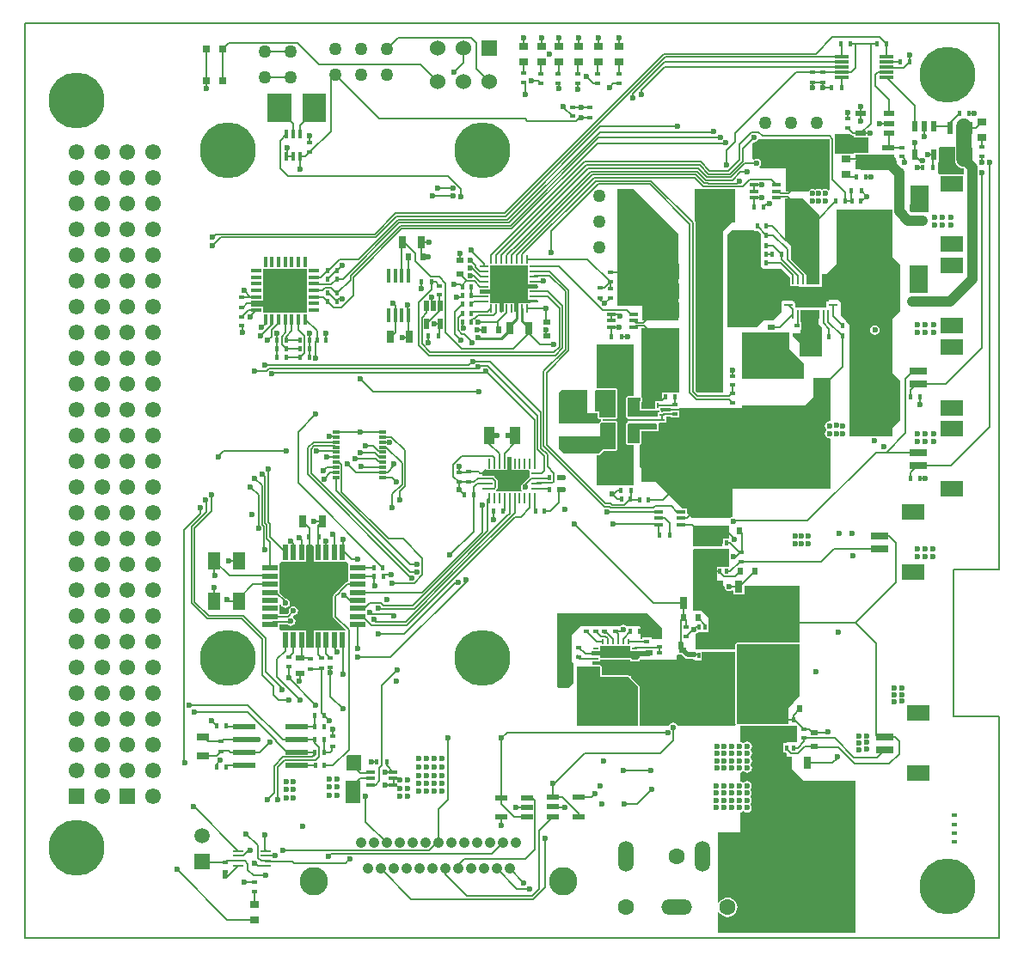
<source format=gtl>
G04*
G04 #@! TF.GenerationSoftware,Altium Limited,Altium Designer,18.1.9 (240)*
G04*
G04 Layer_Physical_Order=1*
G04 Layer_Color=255*
%FSLAX44Y44*%
%MOMM*%
G71*
G01*
G75*
%ADD14C,0.1524*%
%ADD18C,0.5000*%
%ADD20C,0.1520*%
%ADD21R,0.6000X0.4000*%
%ADD22R,1.0000X0.2500*%
%ADD23R,0.2500X1.0000*%
%ADD24R,0.4000X0.6000*%
%ADD25R,3.4000X0.9800*%
%ADD26R,0.7000X0.3000*%
%ADD27R,1.8000X0.7000*%
%ADD28R,2.2000X1.6000*%
%ADD29R,0.4500X0.6000*%
%ADD30R,0.6000X0.4500*%
%ADD31R,0.2600X0.9000*%
%ADD32R,0.9000X0.2600*%
%ADD33R,3.0700X2.0700*%
%ADD34R,1.2200X0.6000*%
%ADD35R,1.1112X0.1992*%
%ADD36R,0.9000X0.7000*%
%ADD37R,1.2000X1.8000*%
%ADD38R,1.5000X0.5500*%
%ADD39R,0.5500X1.5000*%
%ADD40R,0.8000X1.3000*%
%ADD41R,1.0000X1.8000*%
%ADD42R,0.8000X0.6000*%
%ADD43R,0.8500X0.3500*%
%ADD44R,1.0000X1.6000*%
%ADD45R,1.3000X0.7000*%
%ADD46R,0.6000X0.8000*%
%ADD47R,0.3000X0.6000*%
%ADD48R,1.6000X0.6000*%
%ADD49R,2.4000X1.6000*%
%ADD50R,0.2400X0.6000*%
%ADD51R,0.6000X0.2400*%
%ADD52R,0.2400X0.5750*%
%ADD53R,0.5750X0.2400*%
%ADD54R,0.3500X0.8500*%
%ADD55R,0.7000X1.3000*%
%ADD56R,5.5000X1.4300*%
%ADD57R,1.2700X0.5588*%
%ADD58R,1.1000X0.6000*%
%ADD59R,0.5588X1.2700*%
%ADD60R,0.6000X1.1000*%
%ADD61R,3.7000X3.7000*%
%ADD62R,1.0400X0.3300*%
%ADD63R,0.3300X1.0400*%
%ADD64R,0.7500X0.7000*%
%ADD65R,1.4500X0.3000*%
%ADD66R,1.3000X0.8000*%
%ADD67R,2.2000X0.6000*%
%ADD68R,0.9000X0.5000*%
%ADD69R,3.6000X3.6000*%
%ADD70R,0.8400X0.2600*%
%ADD71R,0.2600X0.8400*%
%ADD72R,0.4700X1.0000*%
%ADD73R,0.4500X1.3500*%
%ADD132R,1.7900X0.2200*%
%ADD133R,2.7000X0.8500*%
%ADD134R,2.7000X1.4500*%
%ADD135C,0.2500*%
%ADD136C,0.1500*%
%ADD137C,1.0000*%
%ADD138C,1.5000*%
%ADD139C,1.5000*%
%ADD140R,1.5000X1.5000*%
%ADD141C,2.5400*%
%ADD142C,1.2700*%
%ADD143C,1.5500*%
%ADD144R,1.5500X1.5500*%
%ADD145C,5.5000*%
%ADD146C,1.5240*%
%ADD147R,1.5240X1.5240*%
%ADD148C,1.0668*%
%ADD149O,1.5080X3.0160*%
%ADD150C,1.6000*%
%ADD151O,3.0160X1.5080*%
%ADD152C,0.6000*%
%ADD153C,2.7940*%
G36*
X296300Y804770D02*
X273322D01*
Y832220D01*
X296300D01*
Y804770D01*
D02*
G37*
G36*
X262618Y804770D02*
X238760D01*
Y832220D01*
X262618D01*
Y804770D01*
D02*
G37*
G36*
X792480Y787124D02*
Y737815D01*
X791604Y737454D01*
X791210Y737370D01*
X789786Y738322D01*
X788021Y738673D01*
X786256Y738322D01*
X784886Y737406D01*
X784782Y737562D01*
X783286Y738561D01*
X781521Y738913D01*
X779756Y738561D01*
X778259Y737562D01*
X778156Y737406D01*
X776786Y738322D01*
X775021Y738673D01*
X773256Y738322D01*
X771759Y737322D01*
X771069Y736288D01*
X749300D01*
Y749222D01*
X749222Y749400D01*
Y759341D01*
X723612D01*
X723226Y760611D01*
X723264Y760636D01*
X724264Y762133D01*
X724615Y763898D01*
X724264Y765663D01*
X723264Y767159D01*
X721767Y768159D01*
X720002Y768510D01*
X718237Y768159D01*
X717550Y767700D01*
X716280Y768379D01*
Y783697D01*
X717550Y784739D01*
X717560Y784737D01*
X719325Y785089D01*
X720822Y786088D01*
X721764Y787498D01*
X792106D01*
X792480Y787124D01*
D02*
G37*
G36*
X813112Y792225D02*
X813868Y791720D01*
X814760Y791542D01*
X816012D01*
Y789349D01*
X830060D01*
X830600Y788303D01*
Y774511D01*
X816012D01*
Y772946D01*
X813973D01*
Y773470D01*
X801925D01*
Y772946D01*
X797560D01*
Y792484D01*
X812853D01*
X813112Y792225D01*
D02*
G37*
G36*
X915458Y768040D02*
X915768Y765685D01*
X916678Y763490D01*
X918124Y761605D01*
X920009Y760158D01*
X922204Y759249D01*
X924325Y758970D01*
X924560Y758735D01*
Y753250D01*
X899641D01*
X899160Y754320D01*
Y765192D01*
X899604D01*
Y779240D01*
X900650Y779780D01*
X915458D01*
Y768040D01*
D02*
G37*
G36*
X889360Y715664D02*
X871580D01*
Y742028D01*
X889360D01*
Y715664D01*
D02*
G37*
G36*
X277756Y654986D02*
X277756D01*
Y654834D01*
X277756D01*
Y648486D01*
X277756D01*
Y648334D01*
X277756D01*
Y643104D01*
X277756Y641986D01*
X277756D01*
Y641834D01*
X277756D01*
Y635486D01*
X277756D01*
Y635334D01*
X277756D01*
Y628986D01*
X277756D01*
Y628834D01*
X277756D01*
Y622486D01*
X277756D01*
Y622334D01*
X277756D01*
Y617034D01*
X272456D01*
Y617034D01*
X272304D01*
Y617034D01*
X265956D01*
Y617034D01*
X265804D01*
Y617034D01*
X259456D01*
Y617034D01*
X259304D01*
Y617034D01*
X252956D01*
Y617034D01*
X252804D01*
Y617034D01*
X247574D01*
X246456Y617034D01*
Y617034D01*
X246304D01*
Y617034D01*
X241074D01*
X239956Y617034D01*
Y617034D01*
X239804D01*
Y617034D01*
X234504D01*
Y622334D01*
X222758D01*
Y628986D01*
X234504D01*
Y635334D01*
X234504D01*
Y635486D01*
X234504D01*
Y641834D01*
X234504D01*
Y641986D01*
X234504D01*
Y648334D01*
X234504D01*
Y648486D01*
X234504D01*
Y654834D01*
X234504D01*
Y654986D01*
X234504D01*
Y660286D01*
X239804D01*
Y660286D01*
X239956D01*
Y660286D01*
X246304D01*
Y660286D01*
X246456D01*
Y660286D01*
X252804D01*
Y660286D01*
X252956D01*
Y660286D01*
X259304D01*
Y660286D01*
X259456D01*
Y660286D01*
X265804D01*
Y660286D01*
X265956D01*
Y660286D01*
X272304D01*
Y660286D01*
X272456D01*
Y660286D01*
X277756D01*
Y654986D01*
D02*
G37*
G36*
X765839Y728980D02*
X782320Y712499D01*
X782320Y645858D01*
X781422Y644960D01*
X769620Y644963D01*
Y654278D01*
X768783Y655116D01*
Y655142D01*
X768756D01*
X754380Y669519D01*
Y681926D01*
X747966Y688340D01*
Y728980D01*
X765839Y728980D01*
D02*
G37*
G36*
X889000Y636576D02*
X871220D01*
Y662940D01*
X889000D01*
Y636576D01*
D02*
G37*
G36*
X495126Y654716D02*
Y644716D01*
X504698D01*
Y640364D01*
X495126D01*
Y629716D01*
X504698D01*
Y627783D01*
X503533Y626618D01*
X498009D01*
X497332Y626618D01*
X496824Y626414D01*
X496824Y626414D01*
X486176D01*
Y620712D01*
X486172Y620690D01*
Y617265D01*
X481824D01*
Y626414D01*
X471176D01*
Y617429D01*
X471012Y617265D01*
X466824D01*
Y626414D01*
X457874D01*
Y635364D01*
X448056D01*
Y639716D01*
X457874D01*
Y644716D01*
Y654716D01*
Y663666D01*
X495126D01*
Y654716D01*
D02*
G37*
G36*
X717455Y697302D02*
X721607D01*
X724446Y694463D01*
Y662628D01*
X726986Y660088D01*
X744766D01*
X753135Y651720D01*
Y643094D01*
X761760D01*
X762546Y642308D01*
X764330D01*
Y623790D01*
X762537Y621997D01*
X757633Y626902D01*
Y627592D01*
X756942D01*
X755901Y628633D01*
X746963D01*
X745711Y628652D01*
X745711Y628653D01*
Y628653D01*
X745631Y628732D01*
X744766Y627868D01*
X744766Y627801D01*
X744766Y617498D01*
X736556Y609288D01*
X727637D01*
X720329Y601980D01*
X691740D01*
Y646840D01*
Y693422D01*
X696506Y698188D01*
X717455Y698188D01*
Y697302D01*
D02*
G37*
G36*
X643527Y694704D02*
X643527Y680510D01*
Y609390D01*
X608047D01*
Y623895D01*
X583447Y623895D01*
X583447Y739003D01*
X599228D01*
X643527Y694704D01*
D02*
G37*
G36*
X781636Y605423D02*
X784771Y602288D01*
Y573728D01*
X762271D01*
Y586704D01*
X756176Y592798D01*
Y596588D01*
X763796Y596588D01*
Y600104D01*
X764530D01*
Y607152D01*
X763796D01*
Y619448D01*
X781636Y619448D01*
Y605423D01*
D02*
G37*
G36*
X752116Y581391D02*
X767080Y566427D01*
Y551180D01*
X706120D01*
X706120Y596885D01*
X752116D01*
X752116Y581391D01*
D02*
G37*
G36*
X666852Y738947D02*
X667744Y738769D01*
X699348D01*
Y705723D01*
X695338D01*
X687180Y697565D01*
Y538293D01*
X661604D01*
X660031Y539865D01*
Y705300D01*
X659853Y706192D01*
X659348Y706948D01*
X659070Y707226D01*
Y738953D01*
X666842D01*
X666852Y738947D01*
D02*
G37*
G36*
X599611Y534840D02*
X598371D01*
X597205Y534357D01*
X597188Y534316D01*
X593315D01*
X592149Y533833D01*
X591666Y532667D01*
X591666Y514129D01*
X592149Y512962D01*
X593315Y512479D01*
X593487Y512307D01*
X593487Y509670D01*
X592921Y508635D01*
X592346Y508059D01*
X591862Y506892D01*
X591862Y487754D01*
X592346Y486588D01*
X593512Y486105D01*
X598168D01*
X598371Y486021D01*
X599611D01*
X599611Y446670D01*
X562660D01*
Y475870D01*
X564165D01*
X565332Y476354D01*
X569599Y480621D01*
X581256Y480621D01*
X582422Y481104D01*
X582906Y482270D01*
Y508186D01*
X582780Y508489D01*
X582780Y508818D01*
X582548Y509050D01*
X582422Y509353D01*
X582119Y509478D01*
X581887Y509710D01*
X581712Y509783D01*
X581393Y509783D01*
X581100Y509908D01*
X568735Y510057D01*
Y512063D01*
X581357Y512063D01*
X582523Y512547D01*
X583006Y513713D01*
X583006Y540690D01*
X582523Y541857D01*
X581357Y542340D01*
X562660Y542340D01*
X562660Y585320D01*
X599610D01*
X599611Y534840D01*
D02*
G37*
G36*
X793480Y552418D02*
X793480Y522597D01*
X793480D01*
Y510571D01*
X792498Y509765D01*
X792160Y509833D01*
X790395Y509482D01*
X788898Y508482D01*
X787898Y506985D01*
X787547Y505220D01*
X787898Y503455D01*
X788699Y502256D01*
X788820Y501410D01*
X788699Y500564D01*
X787898Y499365D01*
X787547Y497600D01*
X787898Y495835D01*
X788898Y494338D01*
X790395Y493339D01*
X792160Y492987D01*
X792498Y493055D01*
X793480Y492249D01*
Y442766D01*
X696340D01*
Y415154D01*
X695465Y414980D01*
X694029Y414020D01*
X656620Y414020D01*
X651774Y418866D01*
Y423794D01*
X646846D01*
X620813Y449827D01*
X606831Y449836D01*
X606831Y452800D01*
Y463809D01*
X605044Y465596D01*
Y486021D01*
X605181D01*
X606348Y486504D01*
X606831Y487670D01*
Y499199D01*
Y499528D01*
X606847D01*
Y499567D01*
X606927Y499760D01*
X622438D01*
X623604Y500243D01*
X624087Y501409D01*
X624087Y505339D01*
X624087Y507797D01*
X624692D01*
X624936Y508161D01*
X631571D01*
Y514397D01*
X635302D01*
Y513204D01*
X644350D01*
Y520252D01*
X635302D01*
Y519059D01*
X627890D01*
X627235Y518928D01*
X626380Y519382D01*
X625965Y519718D01*
Y520361D01*
X625771Y520829D01*
Y522555D01*
X635302D01*
Y522204D01*
X644350D01*
Y522597D01*
X705490D01*
Y525680D01*
X768159D01*
X775958Y533480D01*
X775959Y552418D01*
X793480Y552418D01*
D02*
G37*
G36*
X644407Y538270D02*
X627025D01*
Y529447D01*
X625771Y529409D01*
Y529409D01*
X620323D01*
Y522011D01*
X607231D01*
Y529031D01*
X607387Y529409D01*
X607387Y533190D01*
X607231Y533569D01*
Y601698D01*
X644407D01*
Y538270D01*
D02*
G37*
G36*
X605738Y533190D02*
X605738Y529409D01*
X605323D01*
Y520361D01*
X624315D01*
Y518609D01*
X622523D01*
Y514129D01*
X593315Y514129D01*
X593315Y532667D01*
X598371D01*
Y533190D01*
X605738Y533190D01*
D02*
G37*
G36*
X581357Y540690D02*
X581357Y513713D01*
X565048Y513713D01*
Y519016D01*
X561086D01*
X561086Y539793D01*
X561983Y540690D01*
X581357Y540690D01*
D02*
G37*
G36*
X553466Y517190D02*
X563399D01*
Y513713D01*
X563882Y512547D01*
X565048Y512063D01*
X567086D01*
Y509959D01*
X566787Y509837D01*
X566204Y509604D01*
X566202Y509599D01*
X566197Y509597D01*
X565294Y508704D01*
X565292Y508699D01*
X565287Y508698D01*
X565046Y508117D01*
X564858Y507671D01*
X525188D01*
Y537812D01*
X528066Y540690D01*
X553466D01*
Y517190D01*
D02*
G37*
G36*
X853664Y718508D02*
X853664Y671426D01*
X861822Y663044D01*
Y618468D01*
X853664Y610310D01*
X853664Y557466D01*
X861822Y549084D01*
Y510958D01*
X853664Y502800D01*
Y494988D01*
X836686Y494988D01*
X835960Y495133D01*
X835234Y494988D01*
X811344Y494988D01*
X811344Y605295D01*
X808423Y608217D01*
Y608711D01*
X807928D01*
X803186Y613453D01*
X803186Y627068D01*
X800646Y629608D01*
X791536D01*
Y628652D01*
X790477Y627592D01*
X789285D01*
Y626400D01*
X787653Y624768D01*
X784755D01*
Y654668D01*
X789036D01*
X799036Y664668D01*
Y718508D01*
X853664Y718508D01*
D02*
G37*
G36*
X581080Y508259D02*
X581256Y508186D01*
Y482270D01*
X568916Y482271D01*
X564165Y477520D01*
X530276D01*
X525200Y482596D01*
Y494713D01*
X566453Y494713D01*
Y507531D01*
X567356Y508424D01*
X581080Y508259D01*
D02*
G37*
G36*
X621540Y507790D02*
X622438Y506892D01*
X622438Y501409D01*
X605323D01*
Y499870D01*
X605181Y499528D01*
Y487670D01*
X598371Y487670D01*
Y487754D01*
X593512D01*
X593512Y506892D01*
X594410Y507790D01*
X621540Y507790D01*
D02*
G37*
G36*
X479226Y474200D02*
Y461376D01*
X495790D01*
X496976Y461174D01*
Y455131D01*
X496852Y455048D01*
X491112Y449308D01*
X490607Y448552D01*
X490595Y448494D01*
X489498Y447762D01*
X488498Y446265D01*
X488147Y444500D01*
X488498Y442735D01*
X489194Y441694D01*
X488605Y440424D01*
X463747D01*
X463362Y441694D01*
X463448Y441752D01*
X464948Y443252D01*
X465453Y444008D01*
X465631Y444900D01*
Y450500D01*
X465453Y451392D01*
X464948Y452148D01*
X462138Y454959D01*
X462024Y455034D01*
Y456174D01*
X450000D01*
Y459320D01*
X453053Y462373D01*
X454226Y461887D01*
Y461376D01*
X474774D01*
Y474200D01*
X479226D01*
D02*
G37*
G36*
X693420Y394444D02*
X687686D01*
Y388620D01*
X686590D01*
Y386080D01*
X657934D01*
Y406400D01*
X693420D01*
Y394444D01*
D02*
G37*
G36*
X284026Y386674D02*
Y371080D01*
X316574D01*
X316574Y371080D01*
Y371080D01*
X317495Y370337D01*
X317538Y370294D01*
X318276Y369378D01*
X318276D01*
X318276Y369378D01*
Y360830D01*
Y351435D01*
X317498D01*
X316607Y351257D01*
X315850Y350752D01*
X310339Y345241D01*
X309937Y344972D01*
X306840Y341876D01*
X306572Y341473D01*
X303962Y338864D01*
X303457Y338107D01*
X303279Y337215D01*
Y317311D01*
X303457Y316419D01*
X303962Y315663D01*
X315227Y304398D01*
X314701Y303128D01*
X284026D01*
Y286512D01*
X276574D01*
Y303128D01*
X252026D01*
X252026Y303128D01*
Y303128D01*
X251110Y303880D01*
X251071Y303919D01*
X250324Y304830D01*
X250324D01*
X250324Y304830D01*
Y309737D01*
X257972D01*
X258358Y309158D01*
X259855Y308158D01*
X261620Y307807D01*
X263385Y308158D01*
X264882Y309158D01*
X265882Y310655D01*
X266233Y312420D01*
X265882Y314185D01*
X264882Y315682D01*
X264187Y316146D01*
X263943Y317767D01*
X264130Y317973D01*
X264160Y317967D01*
X265925Y318319D01*
X267422Y319318D01*
X268421Y320815D01*
X268773Y322580D01*
X268421Y324345D01*
X267422Y325842D01*
X265925Y326842D01*
X264160Y327193D01*
X262395Y326842D01*
X260898Y325842D01*
X259898Y324345D01*
X259547Y322580D01*
X259766Y321482D01*
X257719Y319435D01*
X250324D01*
Y329197D01*
X251594Y329322D01*
X251770Y328435D01*
X252770Y326938D01*
X254267Y325938D01*
X256032Y325587D01*
X257797Y325938D01*
X259294Y326938D01*
X260294Y328435D01*
X260645Y330200D01*
X260294Y331965D01*
X259294Y333462D01*
X257797Y334462D01*
X256455Y334729D01*
X250324Y340859D01*
Y352830D01*
Y360830D01*
Y369378D01*
X250324Y369378D01*
X250324D01*
X250975Y370355D01*
X251049Y370429D01*
X252026Y371080D01*
Y371080D01*
X252026Y371080D01*
X276574D01*
Y387565D01*
X283127Y387572D01*
X284026Y386674D01*
D02*
G37*
G36*
X693420Y384143D02*
Y377969D01*
X693222Y377673D01*
X692871Y375908D01*
X693222Y374143D01*
X693420Y373847D01*
Y366444D01*
X687686D01*
Y366444D01*
X687004Y365764D01*
X681390Y365782D01*
X681390Y347472D01*
X688485D01*
X688987Y346860D01*
X689339Y345095D01*
X690338Y343598D01*
X691835Y342598D01*
X693600Y342247D01*
X695365Y342598D01*
X696126Y343107D01*
X697396Y342428D01*
Y339026D01*
X708444D01*
Y347472D01*
X762959Y347472D01*
X762959Y291406D01*
X701040Y291406D01*
X699874Y290922D01*
X699390Y289756D01*
Y284805D01*
X661298Y284790D01*
X660400Y285688D01*
Y300338D01*
X661856Y301310D01*
X662421Y302156D01*
X673100D01*
Y315830D01*
X666350Y322580D01*
X657860D01*
X657860Y383318D01*
X658759Y384215D01*
X693420Y384143D01*
D02*
G37*
G36*
X612685Y320040D02*
X627380Y305345D01*
Y295050D01*
X616664Y295050D01*
Y296504D01*
X607616D01*
Y295059D01*
X606340D01*
Y306229D01*
X604801Y307768D01*
X592085D01*
X592042Y307833D01*
X590545Y308833D01*
X588780Y309184D01*
X587015Y308833D01*
X585518Y307833D01*
X585475Y307768D01*
X546587D01*
X538420Y299602D01*
Y272900D01*
X540301Y271019D01*
X540300Y251472D01*
X535220Y246392D01*
X525178Y246382D01*
X524280Y247280D01*
Y320040D01*
X593640D01*
X612685Y320040D01*
D02*
G37*
G36*
X596006Y283075D02*
X604804D01*
X604804Y276370D01*
X603638Y275886D01*
X603157Y274725D01*
X597654D01*
X597173Y275886D01*
X596006Y276370D01*
X566554D01*
Y278523D01*
X558080D01*
X558080Y283075D01*
X566554D01*
Y288025D01*
X596006D01*
Y283075D01*
D02*
G37*
G36*
X699390Y282549D02*
X699390Y211300D01*
X699548Y210920D01*
X698699Y209650D01*
X642478Y209650D01*
X642444Y209823D01*
X641444Y211320D01*
X639948Y212320D01*
X638182Y212671D01*
X636417Y212320D01*
X634921Y211320D01*
X633921Y209823D01*
X633886Y209650D01*
X605550Y209650D01*
X605450Y209800D01*
Y247573D01*
X604966Y248740D01*
X596504Y257202D01*
Y258573D01*
X595133D01*
X594946Y258760D01*
X594368Y259000D01*
X593792Y259244D01*
X567906Y259443D01*
Y267864D01*
X567422Y269030D01*
X566256Y269513D01*
X558186D01*
Y273075D01*
X566554D01*
Y274720D01*
X596006D01*
Y273075D01*
X604804D01*
Y274720D01*
X641900Y274720D01*
Y278184D01*
X642176Y279340D01*
X646422D01*
X649262Y276499D01*
X650594Y275609D01*
X652164Y275297D01*
X656591D01*
X656829Y275138D01*
X658594Y274787D01*
X659369Y274942D01*
X660326Y274156D01*
Y274156D01*
X666374D01*
Y282549D01*
X699390Y282549D01*
D02*
G37*
G36*
X762959Y289756D02*
Y238860D01*
X751840Y226598D01*
Y211341D01*
X733125D01*
Y211300D01*
X701040Y211300D01*
X701040Y289756D01*
X762959Y289756D01*
D02*
G37*
G36*
X566256Y258275D02*
X566380D01*
Y257805D01*
X593779Y257594D01*
X603800Y247573D01*
Y209800D01*
X543326Y209800D01*
Y267864D01*
X566256D01*
Y258275D01*
D02*
G37*
G36*
X760006Y193040D02*
X749899Y193040D01*
Y192341D01*
X746875D01*
Y183293D01*
X748631D01*
X749899Y182026D01*
Y172121D01*
X767080Y154940D01*
X817700Y154940D01*
X817700Y5098D01*
X681900D01*
Y26030D01*
X683170Y26282D01*
X683421Y25677D01*
X684947Y23687D01*
X686937Y22161D01*
X689254Y21201D01*
X691740Y20874D01*
X694226Y21201D01*
X696543Y22161D01*
X698532Y23687D01*
X700059Y25677D01*
X701019Y27994D01*
X701346Y30480D01*
X701019Y32966D01*
X700059Y35283D01*
X698532Y37273D01*
X696543Y38799D01*
X694226Y39759D01*
X691740Y40086D01*
X689254Y39759D01*
X686937Y38799D01*
X684947Y37273D01*
X683421Y35283D01*
X683170Y34678D01*
X681900Y34930D01*
X681900Y104140D01*
X703828Y104140D01*
X703883Y124149D01*
X704985Y124368D01*
X706482Y125368D01*
X707645D01*
X709141Y124368D01*
X710906Y124017D01*
X712671Y124368D01*
X714168Y125368D01*
X715168Y126865D01*
X715519Y128630D01*
X715168Y130395D01*
X714168Y131891D01*
Y132618D01*
X715168Y134115D01*
X715519Y135880D01*
X715168Y137645D01*
X714168Y139142D01*
Y139868D01*
X715168Y141365D01*
X715519Y143130D01*
X715168Y144895D01*
X714168Y146391D01*
Y147118D01*
X715168Y148615D01*
X715519Y150380D01*
X715168Y152145D01*
X714168Y153642D01*
X712671Y154642D01*
X710906Y154993D01*
X709141Y154642D01*
X707645Y153642D01*
X706482D01*
X704985Y154642D01*
X703967Y154844D01*
X703989Y163133D01*
X705225Y163379D01*
X706507Y164235D01*
X707330Y164345D01*
X708153Y164235D01*
X709435Y163379D01*
X711200Y163027D01*
X712965Y163379D01*
X714462Y164378D01*
X715462Y165875D01*
X715813Y167640D01*
X715462Y169405D01*
X714462Y170902D01*
Y171628D01*
X715462Y173125D01*
X715813Y174890D01*
X715462Y176655D01*
X714462Y178152D01*
Y178878D01*
X715462Y180375D01*
X715813Y182140D01*
X715462Y183905D01*
X714462Y185402D01*
Y186129D01*
X715462Y187625D01*
X715813Y189390D01*
X715462Y191155D01*
X714462Y192652D01*
X712965Y193652D01*
X711200Y194003D01*
X709435Y193652D01*
X707938Y192652D01*
X706722D01*
X705225Y193652D01*
X704073Y193881D01*
X704117Y209650D01*
X733125Y209650D01*
X733225Y209692D01*
X751840D01*
X752193Y209838D01*
X760006D01*
Y193040D01*
D02*
G37*
G36*
X330500Y165200D02*
X316100D01*
Y179904D01*
X316996Y180800D01*
X330500D01*
Y165200D01*
D02*
G37*
G36*
X330100Y133500D02*
X315700D01*
Y155200D01*
X330100D01*
Y133500D01*
D02*
G37*
%LPC*%
G36*
X836720Y604217D02*
X834955Y603866D01*
X833458Y602866D01*
X832458Y601370D01*
X832107Y599604D01*
X832458Y597839D01*
X833458Y596343D01*
X834955Y595343D01*
X836720Y594992D01*
X838485Y595343D01*
X839982Y596343D01*
X840982Y597839D01*
X841333Y599604D01*
X840982Y601370D01*
X839982Y602866D01*
X838485Y603866D01*
X836720Y604217D01*
D02*
G37*
%LPD*%
D14*
X651070Y297730D02*
X660020Y306680D01*
X625100Y182160D02*
X638182Y195243D01*
Y208058D01*
X519745Y151180D02*
X550725Y182160D01*
X586438Y302230D02*
X588780Y304572D01*
X581280Y302230D02*
X586438D01*
X588780Y295135D02*
X595905Y302260D01*
X588780Y292424D02*
Y295135D01*
X581280Y302230D02*
X583780Y299730D01*
Y292424D02*
Y299730D01*
X570780Y300778D02*
X572762D01*
X578780Y292424D02*
Y294760D01*
X572762Y300778D02*
X578780Y294760D01*
X570780Y300778D02*
Y302340D01*
X571500Y297730D02*
X573780Y295450D01*
X566765Y297730D02*
X571500D01*
X562155Y302340D02*
X566765Y297730D01*
X573780Y292424D02*
Y295450D01*
X562902Y292424D02*
X568780D01*
X552986Y302340D02*
X562902Y292424D01*
X612140Y306058D02*
Y309880D01*
Y306058D02*
X613398Y304800D01*
X612140Y301897D02*
Y309880D01*
Y301897D02*
X613960Y300077D01*
X613398Y304800D02*
X613960Y305362D01*
X624573Y286606D02*
Y287796D01*
Y281923D02*
Y286606D01*
X600405D02*
X624573D01*
X600405Y285799D02*
Y286606D01*
X746049Y221377D02*
X748959D01*
X705740Y380620D02*
Y399075D01*
X704467Y380494D02*
Y380620D01*
X771673Y206318D02*
X776660Y201330D01*
X747504Y219922D02*
X751609Y215818D01*
X648280Y330200D02*
X648320Y330160D01*
X551521Y280799D02*
X562155D01*
X545380Y286940D02*
X551521Y280799D01*
X579120Y408050D02*
X623470D01*
X624000Y407520D01*
X465718Y597630D02*
Y608675D01*
X352313Y470000D02*
X352507Y469807D01*
X279620Y580900D02*
X279660Y580940D01*
X455410Y453311D02*
X460490D01*
X351513Y469200D02*
X352313Y470000D01*
X288300Y380104D02*
Y406457D01*
X747504Y219922D02*
X747504Y219922D01*
X747504Y219922D02*
X748959Y221377D01*
X743399Y215818D02*
X747504Y219922D01*
X618870Y330200D02*
X648280D01*
X541020Y408050D02*
X618870Y330200D01*
X671210Y366170D02*
X677710Y372670D01*
X671210Y361920D02*
Y366170D01*
X677710Y372670D02*
X680960Y375920D01*
X677710Y361920D02*
Y372670D01*
X671210Y361920D02*
X677710D01*
Y353260D02*
Y361920D01*
Y353260D02*
X683920Y347050D01*
X747504Y219922D02*
X747504D01*
X746049Y221377D02*
X747504Y219922D01*
X751609Y215818D02*
X756399D01*
X660020Y306680D02*
X663350D01*
X645784Y289756D02*
Y313504D01*
X648320Y316040D01*
X651070Y313290D01*
X309133Y469200D02*
X311686Y466647D01*
X305900Y469200D02*
X309133D01*
X416560Y136460D02*
Y197300D01*
X407100Y127000D02*
X416560Y136460D01*
X407100Y94200D02*
Y127000D01*
X759460Y853758D02*
X774970D01*
X690816Y776689D02*
X698987Y784860D01*
Y793285D02*
X759460Y853758D01*
X698987Y784860D02*
Y793285D01*
X690816Y762116D02*
Y776689D01*
X156314Y174030D02*
X157480Y172864D01*
X156314Y174030D02*
Y402579D01*
X172720Y418984D01*
X254220Y86580D02*
X397556D01*
X254000Y86360D02*
X254220Y86580D01*
X237064Y81284D02*
X246380D01*
X237262Y75998D02*
X262812D01*
X237020Y76240D02*
X237262Y75998D01*
X262812D02*
X264440Y74370D01*
X236220Y87612D02*
X237306Y86526D01*
X236220Y87612D02*
Y101600D01*
X217660Y103210D02*
X229178Y91692D01*
Y79297D02*
Y91692D01*
X848090Y858314D02*
X865354D01*
X537100Y818800D02*
X547900D01*
X448926Y599604D02*
X450900Y597630D01*
X266446Y625706D02*
Y649592D01*
X243446Y650100D02*
X265938D01*
X298867Y636000D02*
X307100Y627767D01*
X247760Y572370D02*
Y596028D01*
X476950Y467850D02*
X478464Y466336D01*
X578800Y437200D02*
X579900Y438300D01*
X362780Y151120D02*
Y157180D01*
X280300Y380104D02*
Y404071D01*
X190500Y474200D02*
Y475606D01*
X194954Y480060D01*
X304750Y480010D02*
X304920Y480180D01*
X194954Y480060D02*
X256800D01*
X183420Y421063D02*
Y436880D01*
X178006Y431186D02*
X178210Y431390D01*
X249500Y234940D02*
X259510D01*
X804090Y880710D02*
X804210Y880830D01*
X178006Y419960D02*
Y431186D01*
X177800Y431800D02*
X178210Y431390D01*
X166886Y404529D02*
X183420Y421063D01*
X163838Y405792D02*
X178006Y419960D01*
X172720Y418984D02*
Y424180D01*
Y425360D01*
X192587Y690880D02*
X218440D01*
X184504Y682797D02*
X192587Y690880D01*
X218440D02*
X345300Y690880D01*
X494000Y620690D02*
X512715D01*
X513080Y621055D01*
X522030Y574754D02*
X529034Y581758D01*
X397628Y574754D02*
X522030D01*
X387636Y584746D02*
X397628Y574754D01*
X496062Y596452D02*
X507304Y585210D01*
X520700D01*
X520768Y577802D02*
X525986Y583020D01*
X398890Y577802D02*
X520768D01*
X390684Y586009D02*
X398890Y577802D01*
X514352Y632540D02*
X525986Y620906D01*
Y583020D02*
Y620906D01*
X514660Y637540D02*
X529034Y623166D01*
Y581758D02*
Y623166D01*
X516650Y653086D02*
X532082Y637654D01*
Y580495D02*
Y637654D01*
X510729Y559143D02*
X532082Y580495D01*
X510729Y485340D02*
Y559143D01*
X516507Y657540D02*
X535130Y638917D01*
Y579233D02*
Y638917D01*
X513777Y557880D02*
X535130Y579233D01*
X513777Y486602D02*
Y557880D01*
X500850Y632540D02*
X514352D01*
X500850Y637540D02*
X514660D01*
X509772Y647540D02*
X510032Y647800D01*
X500850Y647540D02*
X509772D01*
X501396Y653086D02*
X516650D01*
X500850Y652540D02*
X501396Y653086D01*
X500850Y657540D02*
X516507D01*
X513080Y593837D02*
Y599440D01*
Y593837D02*
X513461Y593456D01*
X228600Y693928D02*
X344038Y693928D01*
X187552Y693928D02*
X228600D01*
X184504Y690880D02*
X187552Y693928D01*
X328243Y669439D02*
X367233Y708430D01*
X313214Y650100D02*
X368496Y705382D01*
X320246Y652822D02*
X369758Y702334D01*
X323294Y651559D02*
X371021Y699286D01*
X296240Y589280D02*
Y596078D01*
X275630Y610310D02*
X287240Y598700D01*
Y589280D02*
Y598700D01*
X286258Y588298D02*
X287240Y589280D01*
X286258Y571500D02*
Y588298D01*
X445396Y599604D02*
X448926D01*
X496062Y596452D02*
Y601552D01*
X480460Y580850D02*
X496062Y596452D01*
X430215Y580850D02*
X480460D01*
X439450Y609295D02*
X441149Y610994D01*
X439450Y607620D02*
Y609295D01*
X441149Y610994D02*
X442397D01*
X445607Y614204D02*
X461247D01*
X442397Y610994D02*
X445607Y614204D01*
X446306Y607428D02*
X446674Y607060D01*
X446306Y607428D02*
X464470D01*
X465718Y608675D01*
X474000Y616957D01*
Y620690D01*
X430450Y602568D02*
X431800Y601218D01*
X426164Y599379D02*
Y611994D01*
Y599379D02*
X429610Y595932D01*
X432561D01*
X426164Y611994D02*
X430450Y616280D01*
Y602568D02*
Y607620D01*
X440690Y568452D02*
X457868D01*
X436949Y564711D02*
X440690Y568452D01*
X243846Y557832D02*
X452001D01*
X453179Y559011D02*
X501609Y510581D01*
X452001Y557832D02*
X453179Y559011D01*
X390684Y586009D02*
Y611691D01*
X414020Y597044D02*
Y645668D01*
Y597044D02*
X430215Y580850D01*
X238010Y394084D02*
Y407342D01*
Y394084D02*
X241300Y390793D01*
X241058Y395346D02*
Y408605D01*
Y395346D02*
X256300Y380104D01*
X239235Y410428D02*
Y462855D01*
Y410428D02*
X241058Y408605D01*
X236187Y409165D02*
Y454693D01*
Y409165D02*
X238010Y407342D01*
X233680Y457200D02*
X236187Y454693D01*
X220135Y86570D02*
X222000D01*
X214805Y81240D02*
X220135Y86570D01*
X226060Y74162D02*
X228982Y71240D01*
X229178Y79297D02*
X232235Y76240D01*
X216300D02*
X219470Y73070D01*
Y67460D02*
Y73070D01*
Y67460D02*
X224680Y62250D01*
X237100D01*
X228982Y71240D02*
X237020D01*
X232235Y76240D02*
X237020D01*
X210020Y81240D02*
X214805D01*
X215900Y55400D02*
X225745D01*
X503500Y448991D02*
X519147D01*
X242415Y556401D02*
X243846Y557832D01*
X235808Y564711D02*
X436949D01*
X238760Y589280D02*
Y589440D01*
X242364Y593044D01*
X247650Y596138D02*
X247760Y596028D01*
X242364Y593044D02*
Y599461D01*
X249630Y606727D01*
X232062Y594027D02*
X243130Y605094D01*
Y610310D01*
X231240Y182980D02*
X241300Y193040D01*
X215330Y182980D02*
X231240D01*
X218930Y222886D02*
X246586Y195229D01*
X166886Y222886D02*
X218930D01*
X246586Y194357D02*
X257963Y182980D01*
X246586Y194357D02*
Y195229D01*
X434340Y351235D02*
Y353060D01*
X359966Y276860D02*
X434340Y351235D01*
X327660Y276860D02*
X359966D01*
X351564Y249063D02*
X366661Y264160D01*
X351564Y170681D02*
Y249063D01*
X363220Y317500D02*
Y318748D01*
X345147Y312214D02*
X374880D01*
X341082Y308803D02*
X375780D01*
X362134Y319834D02*
X363220Y318748D01*
X337086Y312799D02*
X341082Y308803D01*
X375780D02*
X425551Y358574D01*
X343272Y314089D02*
X345147Y312214D01*
X374880D02*
X424288Y361622D01*
X340566Y319834D02*
X362134D01*
X337086Y312799D02*
Y312801D01*
X334371Y315516D02*
X337086Y312801D01*
X347980Y324757D02*
Y325120D01*
Y324757D02*
X351508D01*
X351701Y324564D01*
X382920D01*
X264300Y380104D02*
Y389082D01*
X261751Y391631D02*
X264300Y389082D01*
X258684Y317104D02*
X264160Y322580D01*
X241300Y317104D02*
X258684D01*
X294268Y345440D02*
X296300Y347472D01*
X281940Y345440D02*
X294268D01*
X295372Y347472D02*
X296300D01*
X280300Y362544D02*
X295372Y347472D01*
X261268Y312068D02*
X261620Y312420D01*
X244264Y312068D02*
X261268D01*
X256032Y330200D02*
Y331855D01*
X471925Y714565D02*
X626040Y868680D01*
X795020Y888100D02*
X841500D01*
X626040Y868680D02*
X629165Y871806D01*
X778726D01*
X795020Y888100D01*
X364674Y714565D02*
X471925Y714565D01*
X566230Y800100D02*
X642620D01*
X474560Y708430D02*
X566230Y800100D01*
X565922Y794814D02*
X677974D01*
X476490Y705382D02*
X565922Y794814D01*
X564598Y789180D02*
X684630D01*
X477752Y702334D02*
X564598Y789180D01*
X563623Y783894D02*
X690134D01*
X479015Y699286D02*
X563623Y783894D01*
X550773Y765434D02*
X664962D01*
X459000Y673661D02*
X550773Y765434D01*
X552252Y762052D02*
X664034D01*
X464000Y673800D02*
X552252Y762052D01*
X554604Y759004D02*
X662771D01*
X469000Y673400D02*
X554604Y759004D01*
X556806Y755956D02*
X661508D01*
X486251Y685401D02*
X556806Y755956D01*
X479000Y673123D02*
X558785Y752908D01*
X484000Y673310D02*
X560550Y749860D01*
X489000Y674000D02*
X561548Y746548D01*
X630428Y868758D02*
X804090D01*
X473187Y711517D02*
X622300Y860630D01*
X630428Y868758D01*
X367233Y708430D02*
X474560D01*
X368496Y705382D02*
X476490D01*
X369758Y702334D02*
X477752D01*
X371021Y699286D02*
X479015D01*
X558785Y752908D02*
X660246D01*
X560550Y749860D02*
X658984D01*
X561548Y746548D02*
X616452D01*
X621810Y850900D02*
X629668Y858758D01*
X576851Y526396D02*
X576897Y526350D01*
Y518396D02*
Y526350D01*
X361608Y424180D02*
Y437952D01*
X371046Y447391D01*
X284064Y489200D02*
X305900D01*
X278326Y483462D02*
X284064Y489200D01*
X278326Y457188D02*
Y483462D01*
Y457188D02*
X380188Y355326D01*
X380732D01*
X391305Y358422D02*
Y374576D01*
X382922Y350039D02*
X391305Y358422D01*
X362008Y350039D02*
X382922D01*
X361608Y350440D02*
X362008Y350039D01*
X379145Y360680D02*
X386018D01*
X281374Y458451D02*
X379145Y360680D01*
X371974Y393906D02*
X391305Y374576D01*
X379160Y368362D02*
X386018D01*
X305900Y441622D02*
X379160Y368362D01*
X281374Y458451D02*
Y482200D01*
X305900Y441622D02*
Y454200D01*
X357926Y393906D02*
X371974D01*
X373380Y299720D02*
X424180Y350520D01*
X426150D01*
X371046Y447391D02*
Y468287D01*
X374094Y446128D02*
Y480979D01*
X369000Y441034D02*
X374094Y446128D01*
X369000Y431800D02*
Y441034D01*
X360817Y494256D02*
X374094Y480979D01*
X361140Y454200D02*
X365760Y449580D01*
X355649Y483684D02*
X371046Y468287D01*
X351900Y454200D02*
X361140D01*
X363220Y465710D02*
Y467360D01*
X356710Y459200D02*
X363220Y465710D01*
X351900Y459200D02*
X356710D01*
X281374Y482200D02*
X284471Y485296D01*
X304804D01*
X468945Y138736D02*
Y197300D01*
X330200Y551688D02*
X342638Y539250D01*
X447040D01*
X348667Y474200D02*
X351900D01*
X344101Y478766D02*
X348667Y474200D01*
X330900Y464820D02*
X331520Y464200D01*
X351900D01*
X352416Y483684D02*
X355649D01*
X325120Y472440D02*
X345427D01*
X330200Y478766D02*
X344101D01*
X335280Y485140D02*
X342727D01*
X345427Y472440D02*
X347453Y470414D01*
X342727Y485140D02*
X347453Y480414D01*
X325804Y459200D02*
X351900D01*
X317500Y467505D02*
X325804Y459200D01*
X317500Y467505D02*
Y467900D01*
X350299Y470414D02*
X351513Y469200D01*
X347453Y470414D02*
X350299D01*
X311686Y440146D02*
Y466647D01*
X347453Y480414D02*
X350686D01*
X311686Y440146D02*
X357926Y393906D01*
X350686Y480414D02*
X351900Y479200D01*
Y469200D02*
X352507Y469807D01*
X358398Y489200D02*
X358628Y488970D01*
X269080Y448686D02*
Y499430D01*
Y448686D02*
X352120Y365647D01*
X321310Y373380D02*
X327660D01*
X314586Y380104D02*
X321310Y373380D01*
X311719Y343324D02*
X317498Y349104D01*
X311585Y343324D02*
X311719D01*
X308489Y340228D02*
X311585Y343324D01*
X308489Y340094D02*
Y340228D01*
X305610Y337215D02*
X308489Y340094D01*
X280300Y294104D02*
Y309234D01*
X305610Y317311D02*
Y337215D01*
Y317311D02*
X318768Y304153D01*
X513777Y486602D02*
X571526Y428854D01*
X510729Y485340D02*
X570263Y425806D01*
X457868Y568452D02*
X507681Y518638D01*
Y483208D02*
Y518638D01*
Y483208D02*
X514200Y476689D01*
X677974Y794814D02*
X678180Y795020D01*
X284480Y644314D02*
X293871D01*
X690134Y783894D02*
X690230Y783990D01*
X690800Y762100D02*
X690816Y762116D01*
X703500Y782766D02*
X715370Y794636D01*
X703500Y767232D02*
Y782766D01*
X715370Y794636D02*
X722264D01*
X725941Y790959D01*
X706600Y778390D02*
X717560Y789350D01*
X706600Y766021D02*
Y778390D01*
X725941Y790959D02*
X791941D01*
X704500Y755300D02*
X710906D01*
X701148Y744148D02*
X703600Y746600D01*
X667744Y741100D02*
X706765D01*
X837890Y200060D02*
Y290820D01*
X817710Y311000D02*
X837890Y290820D01*
Y200060D02*
X839390Y198560D01*
X484240Y48810D02*
X496640D01*
X464250Y68800D02*
X484240Y48810D01*
X499247Y41550D02*
X505950Y48253D01*
X435050Y41550D02*
X499247D01*
X500509Y38502D02*
X511960Y49952D01*
X380248Y38502D02*
X500509D01*
X349950Y68800D02*
X380248Y38502D01*
X511960Y49952D02*
Y98820D01*
X413450Y63150D02*
X435050Y41550D01*
X505950Y48253D02*
Y106245D01*
X476950Y68800D02*
X491230Y54520D01*
Y54470D02*
Y54520D01*
X776560Y188650D02*
X800520D01*
X776279Y188931D02*
X776560Y188650D01*
X860720Y181770D02*
Y194574D01*
X851050Y172100D02*
X860720Y181770D01*
X817070Y172100D02*
X851050D01*
X839390Y198560D02*
X846160D01*
X720950Y311590D02*
X721540Y311000D01*
X817710D01*
X627047Y515885D02*
X627890Y516728D01*
X639826D01*
X619561Y524885D02*
Y530171D01*
X627271D02*
X630500Y533400D01*
X619561Y530171D02*
X627271D01*
X618047Y524885D02*
X619561D01*
X638983D02*
X639826Y525728D01*
X623047Y524885D02*
X638983D01*
X639500Y533400D02*
X639826Y533074D01*
Y525728D02*
Y533074D01*
X429839Y475186D02*
X460694D01*
X421662Y467010D02*
X429839Y475186D01*
X460694D02*
X462000Y473880D01*
X455500Y458400D02*
X456700Y457200D01*
X942340Y582122D02*
Y754380D01*
X906729Y546511D02*
X942340Y582122D01*
X149400Y67760D02*
X199160Y18000D01*
X225745D01*
X708787Y763898D02*
X720002D01*
X695190Y750300D02*
X708787Y763898D01*
X664034Y762052D02*
X672738Y753348D01*
X664962Y765434D02*
X674000Y756396D01*
X300610Y238350D02*
Y261620D01*
Y238350D02*
X312890Y226070D01*
X318768Y185868D02*
Y304153D01*
X303180Y170280D02*
X318768Y185868D01*
X291740Y222160D02*
Y266124D01*
X425578Y358574D02*
X482600Y415596D01*
X424316Y361622D02*
X482000Y419307D01*
X382920Y324564D02*
X474069Y415714D01*
X482600Y415596D02*
X488036D01*
X248110Y257635D02*
X270857Y234887D01*
X424288Y361622D02*
X424316D01*
X425551Y358574D02*
X425578D01*
X418215Y377925D02*
X441380Y401090D01*
Y436880D01*
X259300Y256604D02*
Y256800D01*
Y256604D02*
X286340Y229564D01*
X291740Y222160D02*
X294090Y219810D01*
X259510Y234750D02*
Y234940D01*
X244560Y239880D02*
X249500Y234940D01*
X244560Y239880D02*
Y248218D01*
X233482Y259296D02*
X244560Y248218D01*
X253030Y245080D02*
Y246650D01*
X236530Y263150D02*
X253030Y246650D01*
X219000Y230200D02*
X253520Y195680D01*
X267330D01*
X257963Y182980D02*
X267330D01*
X233482Y259296D02*
Y294811D01*
X269900Y253480D02*
X270470Y254050D01*
Y261184D01*
X236530Y263150D02*
Y296073D01*
X312626Y260606D02*
Y293778D01*
X248400Y136400D02*
Y168583D01*
X238400Y136900D02*
X238800D01*
X677710Y361920D02*
X684210D01*
X705400Y380620D02*
X705740D01*
X704467D02*
X705400D01*
X703321D02*
X704467D01*
X703495Y401320D02*
X705740Y399075D01*
X698088Y393328D02*
Y394072D01*
X694021Y389920D02*
X703321Y380620D01*
X690710Y389920D02*
X694021D01*
X699882Y375908D02*
X704467Y380494D01*
X697484Y375908D02*
X699882D01*
X705400Y371494D02*
X783834D01*
X703934Y371620D02*
X705400D01*
X694234Y361920D02*
X703934Y371620D01*
X690710Y361920D02*
X694234D01*
X702920Y347050D02*
X703597D01*
X693790D02*
X702920D01*
X693600Y346860D02*
X693790Y347050D01*
X841080Y396680D02*
X850880D01*
X857590Y389970D01*
Y350880D02*
Y389970D01*
X817710Y311000D02*
X857590Y350880D01*
X776600Y203080D02*
X790280D01*
X790870Y203670D01*
X799970Y177590D02*
Y179420D01*
X795100Y172720D02*
X799970Y177590D01*
X770459Y172720D02*
X795100D01*
X474395Y202750D02*
X632850D01*
X468945Y197300D02*
X474395Y202750D01*
X519745Y139040D02*
Y151180D01*
X550725Y182160D02*
X625100D01*
X703597Y347050D02*
X718467Y361920D01*
X834880Y396680D02*
X841080D01*
X796520Y384180D02*
X841080D01*
X783834Y371494D02*
X796520Y384180D01*
X468800Y197300D02*
X468945D01*
X544645Y120040D02*
Y123271D01*
X519745Y139040D02*
X528876D01*
X519745Y129540D02*
X520065Y129220D01*
X528876Y139040D02*
X544645Y123271D01*
X520065Y129220D02*
X531220D01*
X511960Y98820D02*
Y99010D01*
X558140Y139040D02*
X561340Y142240D01*
X505950Y106245D02*
X519745Y120040D01*
X624000Y414020D02*
X630010D01*
X634951Y409079D01*
Y397223D02*
Y409079D01*
X660938Y531352D02*
X693194D01*
X696367Y528179D01*
Y537179D02*
Y545379D01*
X693587Y534400D02*
X696367Y537179D01*
X662200Y534400D02*
X693587D01*
X564100Y743500D02*
X615190D01*
X654652Y704037D01*
X616452Y746548D02*
X657700Y705300D01*
X658984Y749860D02*
X667744Y741100D01*
X660246Y752908D02*
X668950Y744204D01*
X661508Y755956D02*
X670212Y747252D01*
X662771Y759004D02*
X671475Y750300D01*
X486251Y685374D02*
Y685401D01*
X474000Y673123D02*
X486251Y685374D01*
X489000Y669390D02*
Y674000D01*
X648320Y316040D02*
Y330160D01*
X651070Y306730D02*
Y313290D01*
X816170Y178520D02*
X838620D01*
X797373Y197318D02*
X816170Y178520D01*
X838620D02*
X846160Y186060D01*
X163838Y330297D02*
X179174Y314960D01*
X213333D01*
X166886Y331698D02*
X180576Y318008D01*
X214596D01*
X213333Y314960D02*
X233482Y294811D01*
X214596Y318008D02*
X236530Y296073D01*
X163838Y330297D02*
Y405792D01*
X166886Y331698D02*
Y404529D01*
X248110Y257635D02*
Y275190D01*
X256300Y283380D01*
Y294104D01*
X767560Y188931D02*
X776279D01*
X760946Y182318D02*
X767560Y188931D01*
X767080Y197318D02*
X797373D01*
X800520Y188650D02*
X817070Y172100D01*
X846160Y198560D02*
X856734D01*
X860720Y194574D01*
X767080Y206318D02*
X771673D01*
X757580Y215818D02*
X767080Y206318D01*
X756399Y215818D02*
X757580D01*
X748959Y223258D02*
Y226060D01*
X166030Y129560D02*
X166700D01*
X210020Y86240D01*
X269080Y499430D02*
X286258Y516608D01*
X286660Y480010D02*
X304750D01*
X304804Y485296D02*
X305900Y484200D01*
X304920Y480180D02*
X305900Y479200D01*
X210020Y76240D02*
X216300D01*
X264440Y74370D02*
X315420D01*
X318920Y77870D01*
X319740D01*
X301461Y83532D02*
X459932D01*
X397556Y86580D02*
X405176Y94200D01*
X298837Y80908D02*
X301461Y83532D01*
X237020Y81240D02*
X237064Y81284D01*
X405176Y94200D02*
X407100D01*
X225745Y46400D02*
X225745Y46400D01*
Y33000D02*
Y46400D01*
X603022Y132410D02*
X617220Y146608D01*
X293689Y461200D02*
X296689Y464200D01*
X305900D01*
X459932Y83532D02*
X470600Y94200D01*
X339471Y320929D02*
X340566Y319834D01*
X347980Y299720D02*
X373380D01*
X468945Y111175D02*
Y119736D01*
X499464Y138736D02*
X502231Y135969D01*
Y87831D02*
Y135969D01*
X492800Y78400D02*
X502231Y87831D01*
X483604Y129236D02*
X493845D01*
X468945Y132069D02*
X481278Y119736D01*
X493845D01*
X468945Y132069D02*
Y138736D01*
X199740Y60960D02*
X210020Y71240D01*
X196820Y60960D02*
X199740D01*
X196820D02*
Y65824D01*
X173960Y75984D02*
X175120Y74824D01*
X196820D01*
X198236Y76240D02*
X210020D01*
X196820Y74824D02*
X198236Y76240D01*
X241300Y309104D02*
X244264Y312068D01*
X246783Y341104D02*
X256032Y331855D01*
X482000Y419307D02*
Y433900D01*
X335460Y115040D02*
X356300Y94200D01*
X335460Y115040D02*
Y139700D01*
X497000Y424560D02*
Y433900D01*
X488036Y415596D02*
X497000Y424560D01*
X474069Y415714D02*
X474097D01*
X300610Y261620D02*
Y267264D01*
X294670Y170280D02*
X303180D01*
X241300Y341104D02*
X246783D01*
X327300Y285799D02*
Y309104D01*
X312300Y294104D02*
X312626Y293778D01*
X307340Y281940D02*
Y283320D01*
X304300Y286360D02*
X307340Y283320D01*
X304300Y286360D02*
Y294104D01*
X365937Y711516D02*
X473187Y711517D01*
X345300Y690880D02*
X365937Y711516D01*
X518160Y675640D02*
Y697560D01*
X564100Y743500D01*
X474000Y669390D02*
Y673123D01*
X479000Y669390D02*
Y673123D01*
X484000Y669390D02*
Y673310D01*
X607060Y836150D02*
X621810Y850900D01*
X607060Y831700D02*
Y836150D01*
X575155Y838983D02*
X579146Y842973D01*
X452150Y662540D02*
Y664951D01*
X438299Y678802D02*
X452150Y664951D01*
X438921Y678180D02*
X439420D01*
X438299Y678802D02*
X438921Y678180D01*
X443687Y661321D02*
Y662988D01*
X438312Y668363D02*
X443687Y662988D01*
X438299Y668363D02*
X438312D01*
X443687Y661321D02*
X447468Y657540D01*
X438299Y653199D02*
X441712D01*
X439928Y647826D02*
X442774D01*
X344038Y693928D02*
X364674Y714565D01*
X416555Y751700D02*
X429260Y738996D01*
Y731310D02*
Y738996D01*
X400750Y731520D02*
X421640D01*
X259101Y751700D02*
X416555D01*
X406400Y739140D02*
X421640D01*
X525780Y837810D02*
Y842509D01*
X524928Y843361D02*
X525780Y842509D01*
X544539Y837043D02*
Y841273D01*
X545389Y842123D01*
X431800Y863472D02*
Y877570D01*
X422086Y853758D02*
X431800Y863472D01*
X251460Y759341D02*
X259101Y751700D01*
X251460Y759341D02*
Y786403D01*
X257541Y792484D01*
X330200Y499200D02*
X351900D01*
X298601Y658160D02*
X309880Y669439D01*
X328243D01*
X297870Y658160D02*
X298601D01*
X460900Y412860D02*
Y421000D01*
X492760Y447660D02*
X498500Y453400D01*
X492760Y444500D02*
Y447660D01*
X456700Y457200D02*
X469900D01*
X478464Y461953D02*
X485140Y455277D01*
Y454660D02*
Y455277D01*
X478464Y461953D02*
Y466336D01*
X421662Y454946D02*
X426948Y449660D01*
X421662Y454946D02*
Y467010D01*
X462000Y467900D02*
Y473880D01*
X476950Y467850D02*
X477000Y467900D01*
X457400Y495300D02*
X464820D01*
X475585D02*
X482400D01*
X426948Y459660D02*
Y464820D01*
X348894Y168011D02*
X351564Y170681D01*
X215330Y195680D02*
X229600D01*
X175290Y198830D02*
X179790Y194330D01*
X193070D01*
X194420Y195680D01*
X215330D01*
X302900Y199330D02*
Y205740D01*
X299100Y214800D02*
X299209D01*
X294090Y219810D02*
X299100Y214800D01*
X544645Y139040D02*
X558140D01*
X690840Y401320D02*
X698088Y394072D01*
X689495Y401320D02*
X690840D01*
X688477Y356420D02*
X698967D01*
X684210Y360687D02*
X688477Y356420D01*
X589641Y132410D02*
X603022D01*
X351900Y484200D02*
X352416Y483684D01*
X299209Y494493D02*
X305607D01*
X305900Y494200D01*
X440182Y587248D02*
Y588312D01*
X256760Y572370D02*
X270620D01*
X256800Y580900D02*
X270700D01*
X279620Y572370D02*
Y580900D01*
X279660Y580940D02*
Y589390D01*
X501609Y468291D02*
Y510581D01*
X252513Y585187D02*
X256800Y580900D01*
X252513Y585187D02*
Y593337D01*
X256130Y596954D01*
X279660Y589390D02*
Y596606D01*
X269130Y599660D02*
Y610310D01*
Y599660D02*
X274986Y593805D01*
Y576736D02*
Y593805D01*
X270620Y572370D02*
X274986Y576736D01*
X328888Y315516D02*
X334371D01*
X200426Y372344D02*
X210460D01*
X186460Y332344D02*
Y345924D01*
X317498Y349104D02*
X327300D01*
X312300Y380104D02*
X312700Y380504D01*
Y393100D01*
X312300Y380104D02*
X314586D01*
X327300Y317104D02*
X328888Y315516D01*
X343480Y348416D02*
Y357104D01*
Y348416D02*
X344424Y347472D01*
Y347472D02*
Y347472D01*
X424942Y631698D02*
X425748D01*
X426002Y631952D01*
X428802D01*
X284226Y410764D02*
X292607D01*
X200966Y357838D02*
X240566D01*
X241300Y357104D01*
X186460Y372344D02*
X200966Y357838D01*
X194710Y877060D02*
X200554Y882904D01*
X267970D01*
X289274Y861600D01*
X697230Y410718D02*
X697992Y411480D01*
X770636D01*
X837922Y478766D01*
X572920Y420520D02*
X624000D01*
X570263Y425806D02*
X575109D01*
X571526Y428854D02*
X576372D01*
X577896Y427330D02*
X590173D01*
X576372Y428854D02*
X577896Y427330D01*
X576633Y424282D02*
X618529D01*
X575109Y425806D02*
X576633Y424282D01*
X496062Y601552D02*
X496160Y601650D01*
X371460Y685904D02*
X373196D01*
X384302Y674799D01*
Y667258D02*
Y674799D01*
Y667258D02*
X399410Y652150D01*
X407670Y652018D02*
X414020Y645668D01*
X403579Y652018D02*
X407670D01*
X403447Y652150D02*
X403579Y652018D01*
X399410Y652150D02*
X403447D01*
X387636Y626972D02*
X400250Y639585D01*
X390250Y640087D02*
Y646864D01*
X400250Y639585D02*
Y646864D01*
X400476Y625088D02*
Y632336D01*
X432561Y595932D02*
X440182Y588312D01*
X428802Y631952D02*
X430450Y633600D01*
X422086Y644888D02*
X428102D01*
X430450Y642540D01*
X311768Y621792D02*
X323294Y633318D01*
X304108Y621792D02*
X311768D01*
X323294Y633318D02*
Y651559D01*
X307100Y636000D02*
X320246Y649146D01*
X309220Y629920D02*
X312420D01*
X396820Y587348D02*
Y593598D01*
X387636Y584746D02*
Y626972D01*
X371602Y592582D02*
X378398D01*
X378420Y592604D01*
X390684Y611691D02*
X395320Y616327D01*
Y623744D01*
X428244Y668535D02*
Y674878D01*
X434174Y647826D02*
X434953D01*
X391460Y671408D02*
X397262D01*
X390460Y685904D02*
X397602D01*
X377270Y593754D02*
Y613804D01*
Y593754D02*
X378420Y592604D01*
X395320Y605838D02*
X400513Y611030D01*
X395320Y605744D02*
Y605838D01*
X400606Y611030D02*
X408000Y618424D01*
X400513Y611030D02*
X400606D01*
X376174Y614900D02*
Y624768D01*
Y614900D02*
X377270Y613804D01*
X400476Y625088D02*
X401820Y623744D01*
Y625936D01*
X320246Y649146D02*
Y652822D01*
X306870Y658160D02*
X311912Y663202D01*
X243130Y625660D02*
X256130Y638660D01*
X227780Y625660D02*
X243130D01*
X256130Y636022D02*
X266446Y625706D01*
X243332Y649986D02*
X243446Y650100D01*
X265938D02*
X266446Y649592D01*
X256130Y636022D02*
Y638660D01*
X298100Y627800D02*
X304108Y621792D01*
X307100Y627800D02*
X309220Y629920D01*
X280300Y362544D02*
Y380104D01*
X356438Y494256D02*
X360817D01*
X356096Y493914D02*
X356438Y494256D01*
X352186Y493914D02*
X356096D01*
X351900Y489200D02*
X358398D01*
X305900Y499200D02*
X330200D01*
X351900Y494200D02*
X352186Y493914D01*
X474097Y415714D02*
X477000Y418617D01*
Y433900D01*
X472000Y422100D02*
Y433900D01*
X470900Y421000D02*
X472000Y422100D01*
X269600Y394900D02*
X272300Y392200D01*
X459000Y669390D02*
Y673661D01*
X464000Y669390D02*
Y673800D01*
X469000Y669390D02*
Y673400D01*
X447468Y657540D02*
X452150D01*
X441712Y653199D02*
X447370Y647540D01*
X442774Y647826D02*
X448060Y642540D01*
X430450Y644102D02*
X434174Y647826D01*
X447370Y647540D02*
X452150D01*
X553817Y669390D02*
X576006Y647201D01*
X494000Y669390D02*
X553817D01*
X501609Y468291D02*
X502000Y467900D01*
X579900Y438300D02*
X583136Y441536D01*
X583384Y432616D02*
X587226D01*
X578800Y437200D02*
X583384Y432616D01*
X583136Y441536D02*
X586726D01*
X578400Y438300D02*
X579900D01*
X618529Y424282D02*
X620147Y425900D01*
X590173Y427330D02*
X595459Y432616D01*
X641480Y420520D02*
X646000D01*
X636100Y425900D02*
X641480Y420520D01*
X620147Y425900D02*
X636100D01*
X595459Y432616D02*
X596226D01*
X596726Y433116D01*
Y441536D01*
X596226Y432616D02*
X596376Y432466D01*
X604900D01*
X658055Y462855D02*
X686067D01*
X627666Y432466D02*
X658055Y462855D01*
X613900Y432466D02*
X627666D01*
X348894Y154894D02*
Y168011D01*
X514200Y465000D02*
Y476689D01*
X529950Y818950D02*
X530698Y819698D01*
X672500Y744148D02*
X701148D01*
X671475Y750300D02*
X695190D01*
X672738Y753348D02*
X693927D01*
X674000Y756396D02*
X692664D01*
X668950Y744204D02*
X672444D01*
X672500Y744148D01*
X673800Y747200D02*
X696400D01*
X670212Y747252D02*
X673748D01*
X673800Y747200D01*
X693927Y753348D02*
X706600Y766021D01*
X692664Y756396D02*
X703500Y767232D01*
X713739Y748074D02*
X734400D01*
X706765Y741100D02*
X713739Y748074D01*
X734400D02*
X739686Y742788D01*
X804649Y563049D02*
Y594027D01*
X786562Y544962D02*
X804649Y563049D01*
X786562Y538168D02*
Y544962D01*
X629668Y858758D02*
X804090D01*
X696367Y554379D02*
Y559967D01*
X847861Y478766D02*
X879164D01*
X654652Y537637D02*
Y704037D01*
Y537637D02*
X660938Y531352D01*
X657700Y538900D02*
X662200Y534400D01*
X657700Y538900D02*
Y705300D01*
X696400Y747200D02*
X704500Y755300D01*
X514200Y465000D02*
X520486Y458714D01*
Y450330D02*
Y458714D01*
X529600Y818600D02*
X529950Y818950D01*
X538700Y810200D01*
X529600Y819300D02*
X529950Y818950D01*
X529600Y818600D02*
Y819300D01*
X289274Y861600D02*
X389350D01*
X406400Y844550D01*
X301400Y846800D02*
X305500Y850900D01*
X301400Y795779D02*
Y846800D01*
X280401Y774780D02*
X301400Y795779D01*
X270300Y758400D02*
Y770243D01*
X270541Y770484D01*
X822968Y812941D02*
Y819800D01*
Y812941D02*
X823036Y812873D01*
X876080Y772216D02*
Y784420D01*
X832500Y881700D02*
X838900D01*
X817388D02*
X832500D01*
X823036Y793873D02*
X831873D01*
X832500Y803337D02*
Y881700D01*
X823036Y793873D02*
X832500Y803337D01*
X837168Y840332D02*
Y850900D01*
Y840332D02*
X851036Y826464D01*
X837168Y850900D02*
X840026Y853758D01*
X812340Y881700D02*
X817388D01*
X847900D02*
X848090Y881510D01*
X841500Y888100D02*
X847900Y881700D01*
X817388Y857788D02*
Y881700D01*
X813358Y853758D02*
X817388Y857788D01*
X804090Y853758D02*
X813358D01*
X848090Y868758D02*
Y881510D01*
X804090Y868758D02*
Y880710D01*
X529499Y819698D02*
X530698D01*
X490605Y843973D02*
X492200Y842378D01*
Y831700D02*
Y842378D01*
X547900Y818800D02*
X553900D01*
X791941Y790959D02*
X795100Y787800D01*
Y747900D02*
Y787800D01*
Y747900D02*
X807493Y735507D01*
Y726440D02*
Y735507D01*
X823233Y736600D02*
X828523Y731310D01*
X823653Y726440D02*
X828523Y731310D01*
X717686Y742788D02*
X725288D01*
X727400Y720700D02*
X730600Y723900D01*
X733100D01*
X307100Y627767D02*
Y627800D01*
X583526Y615374D02*
X585500Y613400D01*
X577351Y615374D02*
X583526D01*
X570300Y625706D02*
X576006Y631411D01*
X566440Y629566D02*
X570300Y625706D01*
X587400Y593044D02*
X592982D01*
X577351Y608875D02*
Y615374D01*
X566440Y629566D02*
Y631393D01*
X570197Y641393D02*
X576006Y647201D01*
X566440Y641393D02*
X570197D01*
X576006Y640411D02*
Y647201D01*
X583992Y656201D02*
X588527Y660737D01*
X576006Y656201D02*
X583992D01*
X330020Y157620D02*
X340340D01*
X323100Y150700D02*
X330020Y157620D01*
X335980Y162600D02*
X337500Y164120D01*
X330200Y162600D02*
X335980D01*
X323100Y169700D02*
X330200Y162600D01*
X337500Y164120D02*
X340340D01*
X354180D02*
X362340D01*
X345120Y151120D02*
X348894Y154894D01*
X340340Y151120D02*
X345120D01*
X354620D02*
X362340D01*
Y157620D02*
X362780Y157180D01*
X356100Y170360D02*
X362340Y164120D01*
X356100Y170360D02*
Y173700D01*
X362340Y151120D02*
X362780D01*
X340800Y173700D02*
X346100D01*
X323100Y137000D02*
Y143500D01*
Y149300D01*
X178210Y837810D02*
Y845060D01*
X430450Y642540D02*
Y644102D01*
X448060Y642540D02*
X452150D01*
X439450Y633600D02*
Y642540D01*
X519147Y448991D02*
X520486Y450330D01*
X503500Y453400D02*
X515324D01*
X503500Y448400D02*
Y448991D01*
Y443400D02*
X516200D01*
X439450Y633600D02*
X440510Y632540D01*
X452150D01*
X439450Y624940D02*
X442050Y627540D01*
X452150D01*
X439450Y616280D02*
X440422Y617252D01*
X455562D01*
X459000Y620690D01*
X464000Y616957D02*
Y620690D01*
X461247Y614204D02*
X464000Y616957D01*
X259300Y267734D02*
X259430Y267864D01*
X259300Y256800D02*
Y267734D01*
X238800Y136900D02*
X245352Y143452D01*
X285090Y180790D02*
Y182980D01*
X282914Y178614D02*
X285090Y180790D01*
X254121Y178614D02*
X282914D01*
X285090Y192310D02*
X289386Y188014D01*
Y179553D02*
Y188014D01*
X289376Y178842D02*
Y179543D01*
X289386Y179553D01*
X285090Y192310D02*
Y195680D01*
X245352Y143452D02*
Y169845D01*
X254121Y178614D01*
X248400Y168583D02*
X255383Y175566D01*
X286100D01*
X289376Y178842D01*
X267330Y182980D02*
X285090D01*
X413450Y63150D02*
Y68800D01*
X426150D02*
Y71950D01*
X432600Y78400D01*
X492800D01*
X493845Y138736D02*
X499464D01*
X186460Y357740D02*
Y372344D01*
Y357740D02*
X186500Y357700D01*
X198800Y333800D02*
X200256Y332344D01*
X210460D01*
X498500Y453400D02*
X503500D01*
X408000Y618424D02*
Y634300D01*
X404436Y646864D02*
X408000Y643300D01*
X400250Y646864D02*
X404436D01*
X390460Y672408D02*
X391460Y671408D01*
X390460Y672408D02*
Y685904D01*
X370770Y685214D02*
X371460Y685904D01*
X370770Y653304D02*
Y685214D01*
X377270Y671218D02*
X377460Y671408D01*
X377270Y653304D02*
Y671218D01*
X262630Y599143D02*
Y610310D01*
X256799Y593312D02*
X262630Y599143D01*
X270620Y572370D02*
X270620Y572370D01*
X270660Y589390D02*
X270660Y589390D01*
X256799Y589390D02*
X270660D01*
X256799D02*
Y593312D01*
X270700Y580900D02*
X270800D01*
X256130Y596954D02*
Y610310D01*
X249630Y606727D02*
Y610310D01*
X288300Y279564D02*
X291740Y276124D01*
X288300Y279564D02*
Y294104D01*
X306700Y650100D02*
X313214D01*
X300967Y644334D02*
X306700Y650067D01*
Y650100D01*
X298067Y627800D02*
X298100D01*
X293814Y632053D02*
X298067Y627800D01*
X293814Y632053D02*
Y632160D01*
X284480D02*
X293814D01*
X298043Y650100D02*
X298810D01*
X297700D02*
X298043D01*
X306103Y658160D01*
X297527D02*
X297870D01*
X291027Y651660D02*
X297527Y658160D01*
X284480Y651660D02*
X291027D01*
X306103Y658160D02*
X306870D01*
X298100Y636000D02*
X298867D01*
X306333D02*
X307100D01*
X301047Y641286D02*
X306333Y636000D01*
X295153Y641286D02*
X301047D01*
X292527Y638660D02*
X295153Y641286D01*
X284480Y638660D02*
X292527D01*
X293891Y644334D02*
X300967D01*
X293871Y644314D02*
X293891Y644334D01*
X284480Y644314D02*
Y645160D01*
X302900Y398400D02*
X304300Y397000D01*
Y380104D02*
Y397000D01*
X161600Y230200D02*
X219000D01*
X272300Y380104D02*
Y392200D01*
X183420Y214800D02*
X188570Y209650D01*
X236220Y873980D02*
X261620D01*
X178210Y845060D02*
Y877060D01*
X194710Y845060D02*
Y877060D01*
X188570Y171570D02*
X192200Y175200D01*
X188570Y169010D02*
Y171570D01*
X197570Y209650D02*
X198840Y208380D01*
X215330D01*
X294090Y182980D02*
X300280D01*
X302370Y185070D01*
Y189330D01*
X294090Y182980D02*
Y195680D01*
X267330Y170280D02*
X285670D01*
X267330Y195680D02*
X285090D01*
Y208380D02*
Y219810D01*
X267330Y208380D02*
X285090D01*
X197570Y169010D02*
X198840Y170280D01*
X215330D01*
X193070Y184330D02*
X193540Y184800D01*
X200380D01*
X202200Y182980D01*
X215330D01*
X188570Y179830D02*
X193070Y184330D01*
X175290Y179830D02*
X188570D01*
X296700Y474200D02*
X305900D01*
X294400Y452900D02*
X300700Y459200D01*
X305900D01*
X525200Y429500D02*
Y441960D01*
X516700Y421000D02*
X525200Y429500D01*
X511450Y421000D02*
X516700D01*
X502000Y421450D02*
X502450Y421000D01*
X502000Y421450D02*
Y433900D01*
X296300Y280574D02*
X300610Y276264D01*
X296300Y280574D02*
Y294104D01*
X460490Y453311D02*
X463300Y450500D01*
Y444900D02*
Y450500D01*
X461800Y443400D02*
X463300Y444900D01*
X455500Y453400D02*
X459983D01*
X455410Y453311D02*
X455500Y453400D01*
X482400Y488500D02*
Y495300D01*
X472000Y478100D02*
X482400Y488500D01*
X472000Y467900D02*
Y478100D01*
X457320Y487580D02*
Y495220D01*
Y487580D02*
X467000Y477900D01*
Y467900D02*
Y477900D01*
X455400Y458300D02*
X455500Y458400D01*
X447900Y458300D02*
X455400D01*
X446433Y459767D02*
X447900Y458300D01*
X436880Y459767D02*
X446433D01*
X445600Y453311D02*
X455410D01*
X442056Y449767D02*
X445600Y453311D01*
X436880Y449767D02*
X442056D01*
X455500Y443400D02*
X461800D01*
X445000Y448400D02*
X455500D01*
X441380Y444780D02*
X445000Y448400D01*
X441380Y436880D02*
Y444780D01*
X426948Y442312D02*
X432380Y436880D01*
X426948Y442312D02*
Y449660D01*
X427055Y449767D01*
X436880D01*
X436773Y459660D02*
X436880Y459767D01*
X426948Y459660D02*
X436773D01*
X241300Y365104D02*
Y390793D01*
X291180Y265564D02*
X291740Y266124D01*
X281014Y265564D02*
X291180D01*
X259430Y276864D02*
X264300Y281734D01*
Y294104D01*
X280394Y276184D02*
X281014Y275564D01*
X270470Y276184D02*
X280394D01*
X270470D02*
X272300Y278014D01*
Y294104D01*
X327300Y357104D02*
X343480D01*
X342577Y365104D02*
X343120Y365647D01*
X327300Y365104D02*
X342577D01*
X219910Y619160D02*
X227780D01*
X213360Y612610D02*
X219910Y619160D01*
X218440Y625660D02*
X227780D01*
X214940Y622160D02*
X218440Y625660D01*
X213360Y622160D02*
X214940D01*
X717686Y736288D02*
Y742788D01*
X866902Y497806D02*
Y551942D01*
X847861Y478766D02*
X866902Y497806D01*
X837922Y478766D02*
X847861D01*
X949960Y504505D02*
Y764540D01*
X823036Y805837D02*
Y812873D01*
X881312Y766984D02*
X883550D01*
X876080Y772216D02*
X881312Y766984D01*
X878618Y759460D02*
X884080D01*
X866902Y551942D02*
X873971Y559011D01*
X879164D01*
Y546511D02*
X906729D01*
X911721Y466266D02*
X949960Y504505D01*
X879164Y466266D02*
X911721D01*
X880800Y453400D02*
X886460D01*
X880800Y526396D02*
Y533400D01*
X810260Y808373D02*
Y813660D01*
X814760Y793873D02*
X823036D01*
X810260Y798373D02*
X814760Y793873D01*
X851036Y812873D02*
Y826464D01*
X775229Y707659D02*
X779712D01*
X798493Y726440D01*
X807493D02*
X814036D01*
X813233Y727243D02*
X814036Y726440D01*
X813233Y727243D02*
Y736600D01*
X823036Y726440D02*
X823653D01*
X827536Y750206D02*
X832914D01*
X807949Y753446D02*
X811189Y750206D01*
X818536D01*
X866160Y764540D02*
Y767900D01*
X863600Y770460D02*
X866160Y767900D01*
X862506Y779591D02*
X863600Y778497D01*
X849794Y779591D02*
X862506D01*
X849794D02*
X851036Y780833D01*
Y793873D01*
X841427Y803373D02*
X851036D01*
X894080Y771216D02*
X895080Y772216D01*
X894080Y759460D02*
Y771216D01*
X848090Y848758D02*
X876080Y820768D01*
Y800216D02*
Y820768D01*
X840026Y853758D02*
X848090D01*
X865354Y858314D02*
X870640Y863600D01*
X848090Y858314D02*
Y858758D01*
X870640Y863600D02*
Y870640D01*
X848090Y863758D02*
X848248Y863600D01*
X861640D01*
X803340Y881700D02*
X804210Y880830D01*
X804090Y838200D02*
Y848758D01*
X785130Y838200D02*
X794090D01*
X785130D02*
Y843758D01*
X774970Y838470D02*
Y843758D01*
X785130D01*
Y853758D02*
X804090D01*
X774970D02*
X785130D01*
X270541Y770484D02*
X276105D01*
X280401Y774780D01*
Y784780D02*
Y790959D01*
X258201Y771144D02*
Y779591D01*
X257541Y770484D02*
X258201Y771144D01*
X257541Y770484D02*
X264041D01*
X277201Y808061D02*
Y808373D01*
X270541Y801401D02*
X277201Y808061D01*
X270541Y792484D02*
Y801401D01*
X258201Y808540D02*
X264041Y802700D01*
Y792484D02*
Y802700D01*
X285090Y808373D02*
X289400D01*
X285090Y828040D02*
X289560D01*
X277201Y818290D02*
X285090D01*
X277201Y808373D02*
Y818290D01*
Y828040D01*
X236220Y848580D02*
X261620D01*
X564329Y879163D02*
Y887400D01*
X585043Y879163D02*
Y887400D01*
X545094Y879163D02*
Y887400D01*
X525585Y879163D02*
Y887400D01*
X508381Y879163D02*
Y887400D01*
X490857Y879163D02*
Y887400D01*
X579146Y842973D02*
X584691D01*
X559790D02*
X563876D01*
X552986Y849777D02*
X559790Y842973D01*
X544539D02*
X545389Y842123D01*
X505113Y845483D02*
X507623Y842973D01*
X498877Y845483D02*
X505113D01*
X524928Y842973D02*
Y843361D01*
X490793Y851973D02*
Y866373D01*
X507623Y866388D02*
X508317Y867083D01*
X507623Y854463D02*
Y866388D01*
X524928Y853753D02*
X525521Y854345D01*
Y866373D01*
X544539Y864052D02*
X545030Y864543D01*
X544539Y851923D02*
Y864052D01*
X563876Y863563D02*
X564265Y863953D01*
X563876Y851333D02*
Y863563D01*
X584691Y861173D02*
X584979Y861461D01*
X584691Y851973D02*
Y861173D01*
X224544Y349104D02*
X241300D01*
X210460Y335020D02*
X224544Y349104D01*
X210460Y332344D02*
Y335020D01*
X288300Y406457D02*
X292607Y410764D01*
X273607D02*
X280300Y404071D01*
X627047Y510885D02*
Y515885D01*
X609997Y510885D02*
X627047D01*
X586740D02*
X609997D01*
X785958Y606196D02*
X791456Y600698D01*
X785958Y606196D02*
Y615418D01*
X791456Y593217D02*
Y600698D01*
X790958Y607717D02*
X804649Y594027D01*
X736588Y693237D02*
X750601Y679224D01*
X754166Y182318D02*
X760946D01*
X749899Y186585D02*
X754166Y182318D01*
X749899Y186585D02*
Y187817D01*
X760940D02*
X767080Y193958D01*
X756399Y187817D02*
X760940D01*
X767080Y193958D02*
Y197318D01*
X543420Y278680D02*
X546301Y275799D01*
X562155D01*
X669850Y306680D02*
Y308510D01*
X662320Y316040D02*
X669850Y308510D01*
X698967Y356420D02*
X704467Y361920D01*
X684210Y360687D02*
Y361920D01*
X756399Y219501D02*
X762959Y226060D01*
X756399Y215818D02*
Y219501D01*
X525200Y454277D02*
X529978D01*
X525200Y441960D02*
X530054D01*
X516200D02*
Y443400D01*
X515324Y453400D02*
X516200Y454277D01*
X871800Y458902D02*
X879164Y466266D01*
X871800Y453400D02*
Y458902D01*
X878097Y546511D02*
X879164D01*
X871800Y540213D02*
X878097Y546511D01*
X871800Y533400D02*
Y540213D01*
X885580Y789940D02*
Y800216D01*
X942340Y764540D02*
Y770723D01*
Y779723D02*
Y789730D01*
X929878Y798974D02*
X936584D01*
X942340Y804730D01*
X929060Y812800D02*
X934647D01*
X911082Y803822D02*
X920060Y812800D01*
X911082Y798974D02*
Y803822D01*
X909840Y800216D02*
X911082Y798974D01*
X895080Y800216D02*
X909840D01*
X889000Y772216D02*
X895080D01*
X790958Y607717D02*
Y615418D01*
X760958Y604581D02*
Y615418D01*
X760006Y603628D02*
X760958Y604581D01*
X742829Y602288D02*
X755959Y615418D01*
X734349Y602288D02*
X742829D01*
X755959Y615418D02*
Y620418D01*
X751609Y624768D02*
X755959Y620418D01*
X744315Y665619D02*
X755959Y653976D01*
X729978Y665619D02*
X744315D01*
X744726Y669519D02*
Y674208D01*
Y669519D02*
X760958Y653286D01*
X750601Y669494D02*
Y679224D01*
Y669494D02*
X765958Y654136D01*
X760958Y649118D02*
Y653286D01*
X720721Y701826D02*
X729310Y693237D01*
X729721D01*
X736588D01*
X765958Y649118D02*
Y654136D01*
X729728Y674208D02*
X735726D01*
X729728Y682797D02*
X736137D01*
X744726Y674208D01*
X755959Y649118D02*
Y653976D01*
D18*
X600405Y280575D02*
X614680D01*
Y281320D01*
X645784Y285780D02*
Y289756D01*
Y285780D02*
X647700Y283864D01*
X652164Y279400D01*
X658594D01*
D20*
X593780Y292424D02*
X594086Y292730D01*
X612140D01*
X658594Y279400D02*
X662630D01*
X663350Y278680D01*
X577351Y593044D02*
Y602374D01*
X353801Y358425D02*
X354086Y358140D01*
X513080Y607837D02*
Y621055D01*
Y607837D02*
X513461Y607456D01*
X354086Y358140D02*
X360680D01*
X352480Y357104D02*
X353801Y358425D01*
X494214Y805916D02*
X542646D01*
X492360Y807770D02*
X494214Y805916D01*
X348630Y807770D02*
X492360D01*
X305500Y850900D02*
X348630Y807770D01*
X542646Y805916D02*
X545630Y808900D01*
X547500D01*
X717686Y729788D02*
X725312D01*
X438401Y660799D02*
X439901D01*
X434953Y647826D02*
X439928D01*
X213868Y597630D02*
Y603102D01*
X213360Y603610D02*
X213868Y603102D01*
X408112Y594890D02*
Y605536D01*
X406820Y593598D02*
X408112Y594890D01*
X428244Y654535D02*
X434953Y647826D01*
X361950Y626364D02*
X364270Y624044D01*
Y613804D02*
Y624044D01*
Y597454D02*
Y613804D01*
X359420Y592604D02*
X364270Y597454D01*
X402844Y605536D02*
X408112D01*
X408320Y605744D01*
X215330Y638660D02*
X221830Y632160D01*
X227780D01*
X213360D02*
X221830D01*
X439901Y660799D02*
X448160Y652540D01*
X525960Y662540D02*
X569091Y619409D01*
X500850Y662540D02*
X525960D01*
X448160Y652540D02*
X452150D01*
X569091Y619409D02*
X592691D01*
X444200Y857550D02*
X457200Y844550D01*
X356300Y876300D02*
X367474Y887474D01*
X438926D01*
X444200Y882200D01*
Y857550D02*
Y882200D01*
X547500Y808900D02*
X553900D01*
X757752Y724248D02*
X760006D01*
X750700Y731300D02*
X757752Y724248D01*
X744212Y731300D02*
X750700D01*
X751258Y734500D02*
X760006Y743248D01*
X744400Y734500D02*
X751258D01*
X739686Y729788D02*
X742700D01*
X744212Y731300D01*
X742612Y736288D02*
X744400Y734500D01*
X739686Y736288D02*
X742612D01*
X749486Y687914D02*
X775229D01*
X735574Y701826D02*
X749486Y687914D01*
X729978Y701826D02*
X735574D01*
X717400Y729502D02*
X717686Y729788D01*
X717400Y720700D02*
Y729502D01*
X592691Y619409D02*
X596726Y615374D01*
X599351D01*
X600733Y603756D02*
X609729D01*
X599351Y602374D02*
X600733Y603756D01*
X609729D02*
X616809Y596675D01*
X599351Y608875D02*
X601426Y606800D01*
X608850D01*
X612250Y610200D01*
X577351Y602374D02*
X585025D01*
X656530Y407520D02*
X662125Y401925D01*
X646000Y407520D02*
X656530D01*
X651370Y414020D02*
X654450Y417100D01*
X646000Y414020D02*
X651370D01*
X624000Y398173D02*
Y407520D01*
X958850Y363220D02*
Y901700D01*
X0D02*
X958850D01*
X0Y0D02*
Y901700D01*
Y0D02*
X958850D01*
Y218440D01*
X914400D02*
X958850D01*
X914400D02*
Y363220D01*
X958850D01*
D21*
X914638Y112100D02*
D03*
Y121100D02*
D03*
Y94900D02*
D03*
Y103900D02*
D03*
X651070Y297730D02*
D03*
Y306730D02*
D03*
X767080Y197318D02*
D03*
Y206318D02*
D03*
X705400Y371620D02*
D03*
Y380620D02*
D03*
X581280Y302230D02*
D03*
Y311230D02*
D03*
X624573Y287796D02*
D03*
Y296796D02*
D03*
X624371Y272720D02*
D03*
Y281720D02*
D03*
X408000Y643300D02*
D03*
Y634300D02*
D03*
X584691Y842973D02*
D03*
Y851973D02*
D03*
X563876Y842973D02*
D03*
Y851973D02*
D03*
X544539Y842973D02*
D03*
Y851973D02*
D03*
X524928Y842973D02*
D03*
Y851973D02*
D03*
X507623Y842973D02*
D03*
Y851973D02*
D03*
X490605Y843973D02*
D03*
Y852973D02*
D03*
X538700Y810200D02*
D03*
Y819200D02*
D03*
X942340Y779723D02*
D03*
Y770723D02*
D03*
X863600Y770460D02*
D03*
Y779460D02*
D03*
X696367Y528179D02*
D03*
Y537179D02*
D03*
Y545379D02*
D03*
Y554379D02*
D03*
X760006Y603628D02*
D03*
Y594628D02*
D03*
X576006Y640411D02*
D03*
Y631411D02*
D03*
X639826Y525728D02*
D03*
Y516728D02*
D03*
X576006Y656201D02*
D03*
Y647201D02*
D03*
X213360Y603610D02*
D03*
Y612610D02*
D03*
X300610Y276264D02*
D03*
Y267264D02*
D03*
X259430Y276864D02*
D03*
Y267864D02*
D03*
X196820Y65824D02*
D03*
Y74824D02*
D03*
X225745Y55400D02*
D03*
Y46400D02*
D03*
D22*
X503500Y458400D02*
D03*
Y453400D02*
D03*
Y448400D02*
D03*
Y443400D02*
D03*
X455500Y458400D02*
D03*
Y453400D02*
D03*
Y448400D02*
D03*
Y443400D02*
D03*
D23*
X457000Y433900D02*
D03*
X462000D02*
D03*
X467000D02*
D03*
X472000D02*
D03*
X477000D02*
D03*
X482000D02*
D03*
X487000D02*
D03*
X492000D02*
D03*
X497000D02*
D03*
X502000D02*
D03*
Y467900D02*
D03*
X497000D02*
D03*
X492000D02*
D03*
X487000D02*
D03*
X482000D02*
D03*
X477000D02*
D03*
X472000D02*
D03*
X467000D02*
D03*
X462000D02*
D03*
X457000D02*
D03*
D24*
X595905Y302260D02*
D03*
X604905D02*
D03*
X439450Y624940D02*
D03*
X430450D02*
D03*
X439450Y616280D02*
D03*
X430450D02*
D03*
X439450Y607620D02*
D03*
X430450D02*
D03*
X439450Y633600D02*
D03*
X430450D02*
D03*
X352480Y357104D02*
D03*
X343480D02*
D03*
X818536Y750206D02*
D03*
X827536D02*
D03*
X929060Y812800D02*
D03*
X920060D02*
D03*
X430450Y642540D02*
D03*
X439450D02*
D03*
X871800Y453400D02*
D03*
X880800D02*
D03*
X871800Y533400D02*
D03*
X880800D02*
D03*
X285090Y219810D02*
D03*
X294090D02*
D03*
Y208380D02*
D03*
X285090D02*
D03*
Y195680D02*
D03*
X294090D02*
D03*
X294670Y170280D02*
D03*
X285670D02*
D03*
X188570Y209650D02*
D03*
X197570D02*
D03*
X188570Y169010D02*
D03*
X197570D02*
D03*
X285100Y183500D02*
D03*
X294100D02*
D03*
X525200Y454277D02*
D03*
X516200D02*
D03*
X432380Y436880D02*
D03*
X441380D02*
D03*
X511450Y421000D02*
D03*
X502450D02*
D03*
X525200Y441960D02*
D03*
X516200D02*
D03*
X814036Y726440D02*
D03*
X823036D02*
D03*
X729978Y693237D02*
D03*
X720978D02*
D03*
X729978Y665619D02*
D03*
X720978D02*
D03*
X744726Y674208D02*
D03*
X735726D02*
D03*
X798493Y726440D02*
D03*
X807493D02*
D03*
X729978Y701826D02*
D03*
X720978D02*
D03*
X630500Y533400D02*
D03*
X639500D02*
D03*
X861640Y863600D02*
D03*
X870640D02*
D03*
X838900Y881700D02*
D03*
X847900D02*
D03*
X812340D02*
D03*
X803340D02*
D03*
X256800Y580900D02*
D03*
X247800D02*
D03*
X256799Y589390D02*
D03*
X247799D02*
D03*
X256760Y572370D02*
D03*
X247760D02*
D03*
X279700Y580900D02*
D03*
X270700D02*
D03*
X279660Y589390D02*
D03*
X270660D02*
D03*
X279620Y572370D02*
D03*
X270620D02*
D03*
X296240Y589280D02*
D03*
X287240D02*
D03*
X298100Y627800D02*
D03*
X307100D02*
D03*
Y636000D02*
D03*
X298100D02*
D03*
X306700Y650100D02*
D03*
X297700D02*
D03*
X297870Y658160D02*
D03*
X306870D02*
D03*
X343120Y365647D02*
D03*
X352120D02*
D03*
X596226Y432616D02*
D03*
X587226D02*
D03*
X613900Y432466D02*
D03*
X604900D02*
D03*
D25*
X546524Y512593D02*
D03*
Y488893D02*
D03*
D26*
X305900Y454200D02*
D03*
X351900D02*
D03*
X305900Y459200D02*
D03*
X351900D02*
D03*
X305900Y464200D02*
D03*
X351900D02*
D03*
X305900Y469200D02*
D03*
X351900D02*
D03*
X305900Y474200D02*
D03*
X351900D02*
D03*
X305900Y479200D02*
D03*
X351900D02*
D03*
X305900Y484200D02*
D03*
X351900D02*
D03*
X305900Y489200D02*
D03*
X351900D02*
D03*
X305900Y494200D02*
D03*
X351900D02*
D03*
X305900Y499200D02*
D03*
X351900D02*
D03*
D27*
X879165Y707726D02*
D03*
Y720226D02*
D03*
X879165Y627481D02*
D03*
Y639981D02*
D03*
X879164Y559011D02*
D03*
Y546511D02*
D03*
Y478766D02*
D03*
Y466266D02*
D03*
X841080Y396680D02*
D03*
Y384180D02*
D03*
X846160Y198560D02*
D03*
Y186060D02*
D03*
D28*
X912165Y684226D02*
D03*
Y743726D02*
D03*
X912165Y603981D02*
D03*
Y663481D02*
D03*
X912164Y582510D02*
D03*
Y523011D02*
D03*
Y502266D02*
D03*
Y442766D02*
D03*
X874080Y420180D02*
D03*
Y360680D02*
D03*
X879160Y222060D02*
D03*
Y162560D02*
D03*
D29*
X634951Y397223D02*
D03*
X624951D02*
D03*
X346100Y173700D02*
D03*
X356100D02*
D03*
X727400Y720700D02*
D03*
X717400D02*
D03*
X587400Y593044D02*
D03*
X577400D02*
D03*
X390250Y646864D02*
D03*
X400250D02*
D03*
X396820Y593598D02*
D03*
X406820D02*
D03*
X279400Y395524D02*
D03*
X289400D02*
D03*
X884080Y759460D02*
D03*
X894080D02*
D03*
X460900Y421000D02*
D03*
X470900D02*
D03*
X813233Y736600D02*
D03*
X823233D02*
D03*
X719728Y674208D02*
D03*
X729728D02*
D03*
X814649Y604187D02*
D03*
X804649D02*
D03*
X719728Y682797D02*
D03*
X729728D02*
D03*
X814649Y594027D02*
D03*
X804649D02*
D03*
X781456Y593217D02*
D03*
X791456D02*
D03*
X794090Y838200D02*
D03*
X804090D02*
D03*
X586726Y441536D02*
D03*
X596726D02*
D03*
D30*
X280401Y784780D02*
D03*
Y774780D02*
D03*
X545380Y286940D02*
D03*
Y276940D02*
D03*
X612140Y302730D02*
D03*
Y292730D02*
D03*
X552986Y312340D02*
D03*
Y302340D02*
D03*
X562155Y312340D02*
D03*
Y302340D02*
D03*
X570780Y312340D02*
D03*
Y302340D02*
D03*
X291740Y266124D02*
D03*
Y276124D02*
D03*
X281014Y265564D02*
D03*
Y275564D02*
D03*
X556300Y819100D02*
D03*
Y809100D02*
D03*
X810260Y808373D02*
D03*
Y798373D02*
D03*
X302900Y199330D02*
D03*
Y189330D02*
D03*
X193070Y194330D02*
D03*
Y184330D02*
D03*
X436880Y459767D02*
D03*
Y449767D02*
D03*
X426948Y459660D02*
D03*
Y449660D02*
D03*
X566440Y631393D02*
D03*
Y641393D02*
D03*
X785130Y843758D02*
D03*
Y853758D02*
D03*
X774970Y843758D02*
D03*
Y853758D02*
D03*
X213360Y622160D02*
D03*
Y632160D02*
D03*
D31*
X790958Y615418D02*
D03*
X755959Y649118D02*
D03*
Y615418D02*
D03*
X760958D02*
D03*
X765958D02*
D03*
X770959D02*
D03*
X775958D02*
D03*
X780959D02*
D03*
X785958D02*
D03*
X790958Y649118D02*
D03*
X785958D02*
D03*
X780959D02*
D03*
X775958D02*
D03*
X770959D02*
D03*
X765958D02*
D03*
X760958D02*
D03*
D32*
X795309Y624768D02*
D03*
X751609Y639768D02*
D03*
Y624768D02*
D03*
X795309Y639768D02*
D03*
D33*
X773458Y632268D02*
D03*
D34*
X468945Y119736D02*
D03*
Y138736D02*
D03*
X493845D02*
D03*
Y129236D02*
D03*
Y119736D02*
D03*
X544645Y139040D02*
D03*
Y120040D02*
D03*
X519745D02*
D03*
Y129540D02*
D03*
Y139040D02*
D03*
D35*
X210020Y71240D02*
D03*
Y76240D02*
D03*
Y81240D02*
D03*
Y86240D02*
D03*
X237020D02*
D03*
Y81240D02*
D03*
Y76240D02*
D03*
Y71240D02*
D03*
D36*
X225745Y33000D02*
D03*
Y18000D02*
D03*
X807949Y768446D02*
D03*
Y753446D02*
D03*
X942340Y804730D02*
D03*
Y789730D02*
D03*
X585043Y879163D02*
D03*
Y864163D02*
D03*
X564329Y879163D02*
D03*
Y864163D02*
D03*
X545094Y879163D02*
D03*
Y864163D02*
D03*
X525585Y879163D02*
D03*
Y864163D02*
D03*
X508381Y879163D02*
D03*
Y864163D02*
D03*
X490857Y879163D02*
D03*
Y864163D02*
D03*
D37*
X210460Y372344D02*
D03*
Y332344D02*
D03*
X186460D02*
D03*
Y372344D02*
D03*
D38*
X327300Y365104D02*
D03*
Y357104D02*
D03*
Y349104D02*
D03*
Y341104D02*
D03*
Y333104D02*
D03*
Y325104D02*
D03*
Y317104D02*
D03*
Y309104D02*
D03*
X241300D02*
D03*
Y317104D02*
D03*
Y325104D02*
D03*
Y333104D02*
D03*
Y341104D02*
D03*
Y349104D02*
D03*
Y357104D02*
D03*
Y365104D02*
D03*
D39*
X312300Y294104D02*
D03*
X304300D02*
D03*
X296300D02*
D03*
X288300D02*
D03*
X280300D02*
D03*
X272300D02*
D03*
X264300D02*
D03*
X256300D02*
D03*
Y380104D02*
D03*
X264300D02*
D03*
X272300D02*
D03*
X280300D02*
D03*
X288300D02*
D03*
X296300D02*
D03*
X304300D02*
D03*
X312300D02*
D03*
D40*
X292607Y410764D02*
D03*
X273607D02*
D03*
X751459Y172720D02*
D03*
X770459D02*
D03*
X611847Y479730D02*
D03*
X592847D02*
D03*
X683920Y347050D02*
D03*
X702920D02*
D03*
X667360Y330200D02*
D03*
X648360D02*
D03*
X592847Y540690D02*
D03*
X611847D02*
D03*
X477160Y601650D02*
D03*
X496160D02*
D03*
X378420Y592604D02*
D03*
X359420D02*
D03*
X390460Y685904D02*
D03*
X371460D02*
D03*
D41*
X482400Y495300D02*
D03*
X457400D02*
D03*
D42*
X513461Y593456D02*
D03*
Y607456D02*
D03*
X776600Y203080D02*
D03*
Y189080D02*
D03*
X647700Y283864D02*
D03*
Y269864D02*
D03*
X614680Y281320D02*
D03*
Y267320D02*
D03*
X734349Y602288D02*
D03*
Y616288D02*
D03*
X428244Y654535D02*
D03*
Y668535D02*
D03*
D43*
X577351Y615374D02*
D03*
Y608875D02*
D03*
Y602374D02*
D03*
X599351D02*
D03*
Y608875D02*
D03*
Y615374D02*
D03*
X624000Y420520D02*
D03*
Y414020D02*
D03*
Y407520D02*
D03*
X646000D02*
D03*
Y414020D02*
D03*
Y420520D02*
D03*
X362340Y151120D02*
D03*
Y157620D02*
D03*
Y164120D02*
D03*
X340340D02*
D03*
Y157620D02*
D03*
Y151120D02*
D03*
X717686Y742788D02*
D03*
Y736288D02*
D03*
Y729788D02*
D03*
X739686D02*
D03*
Y736288D02*
D03*
Y742788D02*
D03*
D44*
X805229Y687914D02*
D03*
X775229D02*
D03*
X805229Y668169D02*
D03*
X775229D02*
D03*
X805229Y707659D02*
D03*
X775229D02*
D03*
X638712Y657338D02*
D03*
X668712D02*
D03*
X638712Y638275D02*
D03*
X668712D02*
D03*
X638712Y619212D02*
D03*
X668712D02*
D03*
X638712Y592813D02*
D03*
X668712D02*
D03*
X638712Y573750D02*
D03*
X668712D02*
D03*
X638712Y554687D02*
D03*
X668712D02*
D03*
X616726Y576250D02*
D03*
X586726D02*
D03*
X786562Y518411D02*
D03*
X816562D02*
D03*
X786562Y538168D02*
D03*
X816562D02*
D03*
X616726Y557700D02*
D03*
X586726D02*
D03*
D45*
X760006Y724248D02*
D03*
Y743248D02*
D03*
X323100Y169700D02*
D03*
Y150700D02*
D03*
X675640Y401980D02*
D03*
Y420980D02*
D03*
X616809Y615675D02*
D03*
Y596675D02*
D03*
D46*
X762959Y226060D02*
D03*
X748959D02*
D03*
X703495Y401320D02*
D03*
X689495D02*
D03*
X648320Y316040D02*
D03*
X662320D02*
D03*
X533300Y257704D02*
D03*
X547300D02*
D03*
X704467Y361920D02*
D03*
X718467D02*
D03*
X466000Y599440D02*
D03*
X452000D02*
D03*
X377460Y671408D02*
D03*
X391460D02*
D03*
D47*
X736899Y187817D02*
D03*
X743399D02*
D03*
X749899D02*
D03*
X756399D02*
D03*
Y215818D02*
D03*
X671210Y361920D02*
D03*
X677710D02*
D03*
X684210D02*
D03*
X690710D02*
D03*
Y389920D02*
D03*
X682850Y306680D02*
D03*
X676350D02*
D03*
X669850D02*
D03*
X663350D02*
D03*
Y278680D02*
D03*
D48*
X743399Y215818D02*
D03*
X677710Y389920D02*
D03*
X676350Y278680D02*
D03*
D49*
X746649Y201817D02*
D03*
X680960Y375920D02*
D03*
X673100Y292680D02*
D03*
D50*
X608047Y524885D02*
D03*
X613047D02*
D03*
X618047D02*
D03*
X623047D02*
D03*
Y496885D02*
D03*
X618047D02*
D03*
X613047D02*
D03*
X608047D02*
D03*
D51*
X627047Y515885D02*
D03*
Y510885D02*
D03*
Y505885D02*
D03*
D52*
X593780Y254174D02*
D03*
X588780D02*
D03*
X583780D02*
D03*
X578780D02*
D03*
X573780D02*
D03*
X568780D02*
D03*
Y292424D02*
D03*
X573780D02*
D03*
X578780D02*
D03*
X583780D02*
D03*
X588780D02*
D03*
X593780D02*
D03*
D53*
X562155Y260799D02*
D03*
Y265799D02*
D03*
Y270799D02*
D03*
Y275799D02*
D03*
Y280799D02*
D03*
Y285799D02*
D03*
X600405D02*
D03*
Y280799D02*
D03*
Y275799D02*
D03*
Y270799D02*
D03*
Y265799D02*
D03*
Y260799D02*
D03*
D54*
X257541Y792484D02*
D03*
X264041D02*
D03*
X270541D02*
D03*
Y770484D02*
D03*
X264041D02*
D03*
X257541D02*
D03*
D55*
X258201Y818290D02*
D03*
X277201D02*
D03*
X566185Y533451D02*
D03*
X547185D02*
D03*
X766420Y582510D02*
D03*
X747420D02*
D03*
D56*
X736600Y558680D02*
D03*
Y518280D02*
D03*
D57*
X849794Y760795D02*
D03*
Y770193D02*
D03*
Y779591D02*
D03*
X823886D02*
D03*
Y770193D02*
D03*
Y760795D02*
D03*
D58*
X851036Y793873D02*
D03*
Y803373D02*
D03*
Y812873D02*
D03*
X823036D02*
D03*
Y793873D02*
D03*
D59*
X929878Y798974D02*
D03*
X920480D02*
D03*
X911082D02*
D03*
Y773066D02*
D03*
X920480D02*
D03*
X929878D02*
D03*
D60*
X895080Y800216D02*
D03*
X885580D02*
D03*
X876080D02*
D03*
Y772216D02*
D03*
X895080D02*
D03*
D61*
X256130Y638660D02*
D03*
D62*
X284480Y658160D02*
D03*
Y651660D02*
D03*
Y645160D02*
D03*
Y638660D02*
D03*
Y632160D02*
D03*
Y625660D02*
D03*
Y619160D02*
D03*
X227780D02*
D03*
Y625660D02*
D03*
Y632160D02*
D03*
Y638660D02*
D03*
Y645160D02*
D03*
Y651660D02*
D03*
Y658160D02*
D03*
D63*
X236630Y667010D02*
D03*
X243130D02*
D03*
X249630D02*
D03*
X256130D02*
D03*
X262630D02*
D03*
X269130D02*
D03*
X275630D02*
D03*
Y610310D02*
D03*
X269130D02*
D03*
X262630D02*
D03*
X256130D02*
D03*
X249630D02*
D03*
X243130D02*
D03*
X236630D02*
D03*
D64*
X178210Y877060D02*
D03*
Y845060D02*
D03*
X194710D02*
D03*
Y877060D02*
D03*
D65*
X804090Y868758D02*
D03*
Y863758D02*
D03*
Y858758D02*
D03*
Y853758D02*
D03*
Y848758D02*
D03*
X848090Y868758D02*
D03*
Y863758D02*
D03*
Y858758D02*
D03*
Y853758D02*
D03*
Y848758D02*
D03*
D66*
X175290Y198830D02*
D03*
Y179830D02*
D03*
D67*
X267330Y170280D02*
D03*
Y182980D02*
D03*
Y208380D02*
D03*
X215330Y170280D02*
D03*
Y182980D02*
D03*
Y208380D02*
D03*
X267330Y195680D02*
D03*
X215330D02*
D03*
D68*
X270470Y276184D02*
D03*
Y261184D02*
D03*
D69*
X476500Y645040D02*
D03*
D70*
X452150Y627540D02*
D03*
Y632540D02*
D03*
Y637540D02*
D03*
Y642540D02*
D03*
Y647540D02*
D03*
Y652540D02*
D03*
Y657540D02*
D03*
Y662540D02*
D03*
X500850D02*
D03*
Y657540D02*
D03*
Y652540D02*
D03*
Y647540D02*
D03*
Y642540D02*
D03*
Y637540D02*
D03*
Y632540D02*
D03*
Y627540D02*
D03*
D71*
X494000Y620690D02*
D03*
X489000D02*
D03*
X484000D02*
D03*
X479000D02*
D03*
X474000D02*
D03*
X469000D02*
D03*
X464000D02*
D03*
X459000D02*
D03*
Y669390D02*
D03*
X464000D02*
D03*
X469000D02*
D03*
X474000D02*
D03*
X479000D02*
D03*
X484000D02*
D03*
X489000D02*
D03*
X494000D02*
D03*
D72*
X401820Y623744D02*
D03*
X395320Y605744D02*
D03*
X408320D02*
D03*
X395320Y623744D02*
D03*
X408320D02*
D03*
D73*
X357770Y613804D02*
D03*
X364270D02*
D03*
X370770D02*
D03*
X377270D02*
D03*
X357770Y653304D02*
D03*
X364270D02*
D03*
X370770D02*
D03*
X377270D02*
D03*
D132*
X609997Y505985D02*
D03*
Y510885D02*
D03*
Y515785D02*
D03*
D133*
X581280Y282549D02*
D03*
D134*
Y267049D02*
D03*
D135*
X477160Y599657D02*
Y601650D01*
X468847Y591344D02*
X477160Y599657D01*
X446726Y591344D02*
X468847D01*
X446306Y591764D02*
X446726Y591344D01*
X489000Y608810D02*
X496160Y601650D01*
X489000Y608810D02*
Y620690D01*
X484000Y611100D02*
Y620690D01*
X477160Y604260D02*
X484000Y611100D01*
X477160Y601650D02*
Y604260D01*
D136*
X423128Y595412D02*
Y617618D01*
Y595412D02*
X429260Y589280D01*
X423128Y617618D02*
X430450Y624940D01*
X444461Y561675D02*
X445964Y563178D01*
X244600Y561675D02*
X444461D01*
X446024Y563118D02*
X447191Y564285D01*
X226060Y453400D02*
X233151Y446309D01*
Y407908D02*
Y446309D01*
X234974Y384226D02*
Y401715D01*
Y384226D02*
X235800Y383400D01*
X234974Y401715D02*
X234974Y401716D01*
X233151Y407908D02*
X234974Y406085D01*
Y401716D02*
Y406085D01*
X222000Y444700D02*
X229700Y437000D01*
Y403900D02*
Y437000D01*
X244600Y561675D02*
X244600Y561675D01*
X240231Y561675D02*
X244600D01*
X237355Y558800D02*
X240231Y561675D01*
X226060Y558800D02*
X237355D01*
X232540Y601980D02*
X236630Y606070D01*
X222000Y612140D02*
Y613380D01*
X227780Y619160D01*
X339130Y330394D02*
X350165D01*
X352959Y327600D01*
X334939Y326203D02*
X339130Y330394D01*
X327300Y341104D02*
X390889D01*
X450000Y400215D01*
X598713Y832749D02*
X629564Y863600D01*
X629770Y863758D02*
X797124Y863758D01*
X352959Y327600D02*
X381662D01*
X313775Y338038D02*
X314488D01*
X319422Y333104D01*
X327300D01*
X455364Y564285D02*
X504645Y515003D01*
Y481951D02*
Y515003D01*
Y481951D02*
X510900Y475696D01*
X381662Y327600D02*
X455626Y401564D01*
X589280Y165680D02*
X615996D01*
X328399Y326203D02*
X334939D01*
X327300Y325104D02*
X328399Y326203D01*
X455626Y401564D02*
Y432526D01*
X450000Y400215D02*
Y426720D01*
X598713Y828207D02*
Y832749D01*
X455626Y432526D02*
X457000Y433900D01*
X447191Y564285D02*
X455364D01*
X236630Y606070D02*
Y610310D01*
X510900Y460800D02*
Y475696D01*
X795309Y613527D02*
X804649Y604187D01*
X795309Y613527D02*
Y624768D01*
X797124Y863758D02*
X804090D01*
X503500Y458400D02*
X508500D01*
X510900Y460800D01*
X296300Y380104D02*
Y391500D01*
X822139Y768446D02*
X823886Y770193D01*
X807949Y768446D02*
X822139D01*
D137*
X932816Y649756D02*
Y759784D01*
X910541Y627481D02*
X932816Y649756D01*
X924560Y768040D02*
X932816Y759784D01*
X854076Y760615D02*
Y761364D01*
X850900Y764540D02*
X854076Y761364D01*
X860404Y755036D02*
X861080Y754360D01*
X859655Y755036D02*
X860404D01*
X854076Y760615D02*
X859655Y755036D01*
X861080Y716260D02*
Y754360D01*
X879165Y707726D02*
X883920D01*
X869614D02*
X879165D01*
X861080Y716260D02*
X869614Y707726D01*
X879165Y627481D02*
X910541D01*
X873760D02*
X879165D01*
D138*
X825500Y764540D02*
X850900D01*
X924560Y768040D02*
Y800100D01*
D139*
X173960Y101384D02*
D03*
D140*
Y75984D02*
D03*
D141*
X720950Y269680D02*
D03*
Y311590D02*
D03*
D142*
X565700Y680720D02*
D03*
X591100D02*
D03*
X565700Y706120D02*
D03*
X591100D02*
D03*
X565700Y731520D02*
D03*
X591100D02*
D03*
X728980Y803659D02*
D03*
Y778259D02*
D03*
X754380Y803659D02*
D03*
Y778259D02*
D03*
X779780Y803659D02*
D03*
Y778259D02*
D03*
X356300Y850900D02*
D03*
Y876300D02*
D03*
X330900Y850900D02*
D03*
Y876300D02*
D03*
X305500Y850900D02*
D03*
Y876300D02*
D03*
X261620Y848580D02*
D03*
Y873980D02*
D03*
X236220Y848580D02*
D03*
Y873980D02*
D03*
D143*
X125700Y774800D02*
D03*
Y749400D02*
D03*
Y724000D02*
D03*
Y698600D02*
D03*
Y673200D02*
D03*
Y647800D02*
D03*
Y622400D02*
D03*
Y597000D02*
D03*
Y571600D02*
D03*
Y546200D02*
D03*
Y520800D02*
D03*
Y495400D02*
D03*
Y470000D02*
D03*
Y444600D02*
D03*
Y419200D02*
D03*
Y393800D02*
D03*
Y368400D02*
D03*
Y343000D02*
D03*
Y317600D02*
D03*
Y292200D02*
D03*
Y266800D02*
D03*
Y241400D02*
D03*
Y216000D02*
D03*
Y190600D02*
D03*
Y165200D02*
D03*
Y139800D02*
D03*
X100300Y774800D02*
D03*
Y749400D02*
D03*
Y724000D02*
D03*
Y698600D02*
D03*
Y673200D02*
D03*
Y647800D02*
D03*
Y622400D02*
D03*
Y597000D02*
D03*
Y571600D02*
D03*
Y546200D02*
D03*
Y520800D02*
D03*
Y495400D02*
D03*
Y470000D02*
D03*
Y444600D02*
D03*
Y419200D02*
D03*
Y393800D02*
D03*
Y368400D02*
D03*
Y343000D02*
D03*
Y317600D02*
D03*
Y292200D02*
D03*
Y266800D02*
D03*
Y241400D02*
D03*
Y216000D02*
D03*
Y190600D02*
D03*
Y165200D02*
D03*
X50800D02*
D03*
Y190600D02*
D03*
Y216000D02*
D03*
Y241400D02*
D03*
Y266800D02*
D03*
Y292200D02*
D03*
Y317600D02*
D03*
Y343000D02*
D03*
Y368400D02*
D03*
Y393800D02*
D03*
Y419200D02*
D03*
Y444600D02*
D03*
Y470000D02*
D03*
Y495400D02*
D03*
Y520800D02*
D03*
Y546200D02*
D03*
Y571600D02*
D03*
Y597000D02*
D03*
Y622400D02*
D03*
Y647800D02*
D03*
Y673200D02*
D03*
Y698600D02*
D03*
Y724000D02*
D03*
Y749400D02*
D03*
Y774800D02*
D03*
X76200Y139800D02*
D03*
Y165200D02*
D03*
Y190600D02*
D03*
Y216000D02*
D03*
Y241400D02*
D03*
Y266800D02*
D03*
Y292200D02*
D03*
Y317600D02*
D03*
Y343000D02*
D03*
Y368400D02*
D03*
Y393800D02*
D03*
Y419200D02*
D03*
Y444600D02*
D03*
Y470000D02*
D03*
Y495400D02*
D03*
Y520800D02*
D03*
Y546200D02*
D03*
Y571600D02*
D03*
Y597000D02*
D03*
Y622400D02*
D03*
Y647800D02*
D03*
Y673200D02*
D03*
Y698600D02*
D03*
Y724000D02*
D03*
Y749400D02*
D03*
Y774800D02*
D03*
D144*
X100300Y139800D02*
D03*
X50800D02*
D03*
D145*
X908100Y50800D02*
D03*
Y850900D02*
D03*
X450000Y776700D02*
D03*
X200000D02*
D03*
X450000Y276700D02*
D03*
X200000D02*
D03*
X50800Y825500D02*
D03*
Y88900D02*
D03*
D146*
X406400Y844550D02*
D03*
X431800D02*
D03*
X457200D02*
D03*
X406400Y877570D02*
D03*
X431800D02*
D03*
D147*
X457200D02*
D03*
D148*
X483300Y94200D02*
D03*
X470600D02*
D03*
X457900D02*
D03*
X445200D02*
D03*
X432500D02*
D03*
X419800D02*
D03*
X407100D02*
D03*
X394400D02*
D03*
X381700D02*
D03*
X369000D02*
D03*
X356300D02*
D03*
X343600D02*
D03*
X330900D02*
D03*
X476950Y68800D02*
D03*
X464250D02*
D03*
X451550D02*
D03*
X438850D02*
D03*
X426150D02*
D03*
X413450D02*
D03*
X400750D02*
D03*
X388050D02*
D03*
X375350D02*
D03*
X362650D02*
D03*
X349950D02*
D03*
X337250D02*
D03*
D149*
X666740Y80480D02*
D03*
X591740D02*
D03*
X691740D02*
D03*
D150*
X591740Y30480D02*
D03*
X691740D02*
D03*
X641740Y80480D02*
D03*
D151*
Y30480D02*
D03*
D152*
X638182Y208058D02*
D03*
X588780Y304572D02*
D03*
X612140Y309880D02*
D03*
X658594Y279400D02*
D03*
X579120Y408050D02*
D03*
X541020D02*
D03*
X570780Y282549D02*
D03*
X550460Y226948D02*
D03*
Y235026D02*
D03*
X558186D02*
D03*
X565912Y243105D02*
D03*
X558186Y226948D02*
D03*
X550460Y218869D02*
D03*
X516077Y871220D02*
D03*
X683260Y703580D02*
D03*
X681640Y695960D02*
D03*
X710906Y128630D02*
D03*
Y135880D02*
D03*
Y143130D02*
D03*
Y150380D02*
D03*
X711200Y167640D02*
D03*
Y174890D02*
D03*
Y182140D02*
D03*
Y189390D02*
D03*
X658594Y304572D02*
D03*
X645784Y289756D02*
D03*
X416560Y197300D02*
D03*
X410460Y144780D02*
D03*
Y152859D02*
D03*
Y160590D02*
D03*
Y168669D02*
D03*
Y177000D02*
D03*
X387282D02*
D03*
X402734D02*
D03*
X395008D02*
D03*
X157480Y172864D02*
D03*
X254000Y86360D02*
D03*
X246380Y81284D02*
D03*
X236220Y101600D02*
D03*
X190500Y474200D02*
D03*
X183420Y436880D02*
D03*
X177800Y431800D02*
D03*
X172720Y424180D02*
D03*
X184504Y682797D02*
D03*
X513080Y621055D02*
D03*
X520700Y585210D02*
D03*
X510032Y647800D02*
D03*
X513080Y599440D02*
D03*
X184504Y690880D02*
D03*
X296240Y596078D02*
D03*
X286258Y516608D02*
D03*
X445396Y599604D02*
D03*
X446306Y591764D02*
D03*
Y607428D02*
D03*
X431800Y601218D02*
D03*
X440690Y568452D02*
D03*
X453179Y559011D02*
D03*
X446024Y563118D02*
D03*
X429260Y589280D02*
D03*
X239235Y462855D02*
D03*
X233680Y457200D02*
D03*
X226060Y453400D02*
D03*
X222000Y444700D02*
D03*
X256800Y480060D02*
D03*
X222000Y86570D02*
D03*
X226060Y74162D02*
D03*
X215900Y55400D02*
D03*
X242415Y556401D02*
D03*
X235808Y564711D02*
D03*
X286258Y571500D02*
D03*
X226060Y558800D02*
D03*
X238760Y589280D02*
D03*
X232062Y594027D02*
D03*
X232540Y601980D02*
D03*
X222000Y612140D02*
D03*
X241300Y193040D02*
D03*
X327660Y276860D02*
D03*
X366661Y264160D02*
D03*
X363220Y317500D02*
D03*
X343272Y314089D02*
D03*
X347980Y325120D02*
D03*
X365760Y253480D02*
D03*
X356300Y333800D02*
D03*
X261751Y391631D02*
D03*
X281940Y345440D02*
D03*
X296300Y347472D02*
D03*
X261620Y312420D02*
D03*
X264160Y322580D02*
D03*
X256032Y330200D02*
D03*
X361608Y424180D02*
D03*
X380732Y355326D02*
D03*
X386018Y360680D02*
D03*
Y368362D02*
D03*
X360680Y358140D02*
D03*
X361608Y350440D02*
D03*
X426150Y350520D02*
D03*
X434340Y353060D02*
D03*
X369000Y431800D02*
D03*
X365760Y449580D02*
D03*
X363220Y467360D02*
D03*
X447040Y539250D02*
D03*
X330900Y464820D02*
D03*
X325120Y472440D02*
D03*
X330200Y478766D02*
D03*
X335280Y485140D02*
D03*
X317500Y467900D02*
D03*
X358628Y488970D02*
D03*
X327660Y373380D02*
D03*
X313775Y338038D02*
D03*
X258064Y346964D02*
D03*
X280300Y309234D02*
D03*
X678180Y795020D02*
D03*
X642620Y800100D02*
D03*
X690230Y783990D02*
D03*
X684630Y789180D02*
D03*
X717560Y789350D02*
D03*
X710906Y755300D02*
D03*
X703600Y746600D02*
D03*
X855990Y233460D02*
D03*
Y246460D02*
D03*
Y239960D02*
D03*
X863220Y233800D02*
D03*
Y246800D02*
D03*
Y240300D02*
D03*
X778930Y262420D02*
D03*
X496640Y48810D02*
D03*
X491230Y54470D02*
D03*
X801080Y301620D02*
D03*
X853164Y661535D02*
D03*
X845820D02*
D03*
X838476D02*
D03*
X831132D02*
D03*
X823260D02*
D03*
X807384Y651179D02*
D03*
X886460Y597532D02*
D03*
X878499D02*
D03*
X886460Y605078D02*
D03*
X846920Y621055D02*
D03*
X807265Y622400D02*
D03*
X894421Y597532D02*
D03*
Y605078D02*
D03*
X149400Y67760D02*
D03*
X720002Y763898D02*
D03*
X725312Y729788D02*
D03*
X312890Y226070D02*
D03*
X286340Y229564D02*
D03*
X270857Y234887D02*
D03*
X418215Y377925D02*
D03*
X259510Y234750D02*
D03*
X253030Y245080D02*
D03*
X269900Y253480D02*
D03*
X312626Y260606D02*
D03*
X248400Y136400D02*
D03*
X238400Y136900D02*
D03*
X698088Y393328D02*
D03*
X697484Y375908D02*
D03*
X693600Y346860D02*
D03*
X790870Y203670D02*
D03*
X799970Y179420D02*
D03*
X632850Y202750D02*
D03*
X589090Y218869D02*
D03*
X581364D02*
D03*
X573638D02*
D03*
X565912Y226948D02*
D03*
Y218869D02*
D03*
X573638Y226948D02*
D03*
X589090Y235026D02*
D03*
X581364Y226948D02*
D03*
X531220Y129220D02*
D03*
X511960Y98820D02*
D03*
X538209Y309234D02*
D03*
X561340Y142240D02*
D03*
X566420Y149860D02*
D03*
X558186Y218869D02*
D03*
Y243105D02*
D03*
X696495Y606622D02*
D03*
X681640Y592626D02*
D03*
X696495Y616207D02*
D03*
Y625792D02*
D03*
Y635377D02*
D03*
Y644963D02*
D03*
Y653304D02*
D03*
X821300Y192700D02*
D03*
Y186200D02*
D03*
Y199200D02*
D03*
X828530Y193040D02*
D03*
Y186540D02*
D03*
X688219Y135880D02*
D03*
X680720D02*
D03*
X695720D02*
D03*
X703220D02*
D03*
X166030Y129560D02*
D03*
X286660Y480010D02*
D03*
X237100Y62250D02*
D03*
X319740Y77870D02*
D03*
X298837Y80908D02*
D03*
X217660Y103210D02*
D03*
X615996Y165680D02*
D03*
X617220Y146608D02*
D03*
X272960Y110580D02*
D03*
X339471Y320929D02*
D03*
X347980Y299720D02*
D03*
X468945Y111175D02*
D03*
X483604Y129236D02*
D03*
X196820Y60960D02*
D03*
X335460Y139700D02*
D03*
X300610Y261620D02*
D03*
X327300Y285799D02*
D03*
X307340Y281940D02*
D03*
X518160Y675640D02*
D03*
X607060Y831700D02*
D03*
X598713Y828207D02*
D03*
X575155Y838983D02*
D03*
X439420Y678180D02*
D03*
X438299Y668363D02*
D03*
X438401Y660799D02*
D03*
X438299Y653199D02*
D03*
X223500Y418100D02*
D03*
X429260Y731310D02*
D03*
X400750Y731520D02*
D03*
X421640D02*
D03*
Y739140D02*
D03*
X406400D02*
D03*
X525780Y837810D02*
D03*
X544539Y837043D02*
D03*
X422086Y853758D02*
D03*
X330200Y499200D02*
D03*
Y551688D02*
D03*
X460900Y412860D02*
D03*
X492760Y444500D02*
D03*
X476230Y449580D02*
D03*
X469900Y457200D02*
D03*
X485140Y454660D02*
D03*
X464820Y495300D02*
D03*
X475585D02*
D03*
X426948Y464820D02*
D03*
Y442312D02*
D03*
X450000Y426720D02*
D03*
X299912Y141187D02*
D03*
X256792Y154519D02*
D03*
X264338D02*
D03*
X256792Y146558D02*
D03*
Y138597D02*
D03*
X264338D02*
D03*
Y146558D02*
D03*
X299912Y157109D02*
D03*
X307458D02*
D03*
X299912Y149148D02*
D03*
X307458Y141187D02*
D03*
Y149148D02*
D03*
X229600Y195680D02*
D03*
X302900Y205740D02*
D03*
X299209Y214800D02*
D03*
X376678Y147876D02*
D03*
Y139915D02*
D03*
X369132D02*
D03*
Y147876D02*
D03*
X376678Y155837D02*
D03*
X369132D02*
D03*
X568196Y132740D02*
D03*
X589280Y165680D02*
D03*
X589641Y132410D02*
D03*
X569540Y175180D02*
D03*
X299209Y494493D02*
D03*
X213868Y597630D02*
D03*
X440182Y587248D02*
D03*
X247650Y596138D02*
D03*
X279660Y596606D02*
D03*
X200426Y372344D02*
D03*
X186460Y345924D02*
D03*
X344424Y347472D02*
D03*
X424942Y631698D02*
D03*
X284226Y410764D02*
D03*
X697230Y410718D02*
D03*
X572920Y420520D02*
D03*
X390250Y640087D02*
D03*
X400476Y632336D02*
D03*
X422086Y644888D02*
D03*
X312420Y629920D02*
D03*
X481076Y654050D02*
D03*
X471678Y653542D02*
D03*
X480568Y641604D02*
D03*
X472186D02*
D03*
X396820Y587348D02*
D03*
X371602Y592582D02*
D03*
X428244Y674878D02*
D03*
X397262Y671408D02*
D03*
X397602Y685904D02*
D03*
X361950Y626364D02*
D03*
X402844Y605536D02*
D03*
X376174Y624768D02*
D03*
X311912Y663202D02*
D03*
X215330Y638660D02*
D03*
X243130Y625660D02*
D03*
X266446Y625706D02*
D03*
X243332Y649986D02*
D03*
X265938Y650100D02*
D03*
X280300Y362544D02*
D03*
X269600Y394900D02*
D03*
X578400Y438300D02*
D03*
X531800Y423000D02*
D03*
X588527Y668363D02*
D03*
X596147D02*
D03*
X690800Y762100D02*
D03*
X696367Y559967D02*
D03*
X547500Y808900D02*
D03*
X270300Y758400D02*
D03*
X822968Y819800D02*
D03*
X876080Y784420D02*
D03*
X894421Y497095D02*
D03*
X831873Y793873D02*
D03*
X529499Y819698D02*
D03*
X492200Y831700D02*
D03*
X547900Y818800D02*
D03*
X828523Y731310D02*
D03*
X725288Y742788D02*
D03*
X733100Y723900D02*
D03*
X585500Y613400D02*
D03*
X570300Y625706D02*
D03*
X592982Y593044D02*
D03*
X585025Y602374D02*
D03*
X681640Y583094D02*
D03*
Y573563D02*
D03*
Y554500D02*
D03*
Y564031D02*
D03*
Y671220D02*
D03*
Y679687D02*
D03*
Y688153D02*
D03*
X326800Y177000D02*
D03*
X319800D02*
D03*
X354180Y164120D02*
D03*
X354620Y151120D02*
D03*
X340800Y173700D02*
D03*
X323100Y143500D02*
D03*
Y137000D02*
D03*
X695000Y718574D02*
D03*
Y726200D02*
D03*
Y733825D02*
D03*
Y710948D02*
D03*
X718954Y606622D02*
D03*
X711467D02*
D03*
X703981Y625792D02*
D03*
X711467Y616207D02*
D03*
X703981D02*
D03*
Y606622D02*
D03*
Y635377D02*
D03*
X711467Y625792D02*
D03*
X718954Y616207D02*
D03*
X701040Y501196D02*
D03*
X708526D02*
D03*
X693554D02*
D03*
X708526Y482066D02*
D03*
X701040Y491610D02*
D03*
X708526Y491692D02*
D03*
X178210Y837810D02*
D03*
X468800Y197300D02*
D03*
X259300Y256800D02*
D03*
X519745Y152455D02*
D03*
X186500Y357700D02*
D03*
X198800Y333800D02*
D03*
X293689Y461200D02*
D03*
X312700Y393100D02*
D03*
X250312Y808540D02*
D03*
Y818290D02*
D03*
Y828207D02*
D03*
X302900Y398400D02*
D03*
X166886Y222886D02*
D03*
X183420Y214800D02*
D03*
X192200Y175200D02*
D03*
X161600Y230200D02*
D03*
X296700Y474200D02*
D03*
X294400Y452900D02*
D03*
X229700Y403900D02*
D03*
X296300Y391500D02*
D03*
X235800Y383400D02*
D03*
X711467Y653304D02*
D03*
X801200Y398780D02*
D03*
X814200D02*
D03*
X815052Y377444D02*
D03*
X835960Y490520D02*
D03*
X845875Y484255D02*
D03*
X807384Y631096D02*
D03*
Y641137D02*
D03*
X823260Y651494D02*
D03*
Y641453D02*
D03*
Y631411D02*
D03*
X836720Y599604D02*
D03*
X846540Y590290D02*
D03*
X843280Y701040D02*
D03*
X883550Y736600D02*
D03*
X825500Y708660D02*
D03*
X942340Y754380D02*
D03*
X949960Y764540D02*
D03*
X919480Y756920D02*
D03*
X823036Y805837D02*
D03*
X883550Y766984D02*
D03*
X878618Y759460D02*
D03*
X894421Y489549D02*
D03*
X886460Y453400D02*
D03*
X880800Y526396D02*
D03*
X810260Y813660D02*
D03*
X703981Y653304D02*
D03*
X855980Y514266D02*
D03*
X846232D02*
D03*
X855980Y524813D02*
D03*
X886460Y489549D02*
D03*
X878499Y497095D02*
D03*
Y489549D02*
D03*
X886460Y497095D02*
D03*
X828530Y199540D02*
D03*
X810260Y787781D02*
D03*
Y779780D02*
D03*
X802660Y787781D02*
D03*
Y779780D02*
D03*
X832914Y750206D02*
D03*
X866160Y764540D02*
D03*
X841427Y803373D02*
D03*
X870640Y870640D02*
D03*
X785130Y838200D02*
D03*
X774970Y838470D02*
D03*
X280401Y790959D02*
D03*
X258201Y779591D02*
D03*
Y808540D02*
D03*
Y828207D02*
D03*
X242796D02*
D03*
Y808540D02*
D03*
Y818290D02*
D03*
X292607D02*
D03*
Y828040D02*
D03*
Y808373D02*
D03*
X285090D02*
D03*
Y828040D02*
D03*
Y818290D02*
D03*
X277201Y808373D02*
D03*
Y828040D02*
D03*
X564329Y887400D02*
D03*
X585043D02*
D03*
X545094D02*
D03*
X525585D02*
D03*
X508381D02*
D03*
X490857D02*
D03*
X552986Y849777D02*
D03*
X498877Y845483D02*
D03*
X765891Y744339D02*
D03*
X687970Y726200D02*
D03*
Y718574D02*
D03*
Y733825D02*
D03*
Y710948D02*
D03*
X680350D02*
D03*
Y733825D02*
D03*
Y718574D02*
D03*
Y726200D02*
D03*
X591927Y282549D02*
D03*
X584878D02*
D03*
X577829D02*
D03*
X529978Y454277D02*
D03*
X530054Y441960D02*
D03*
X764540Y388620D02*
D03*
X771040D02*
D03*
Y396240D02*
D03*
X764540Y396480D02*
D03*
X758040Y388620D02*
D03*
Y396240D02*
D03*
X807384Y613804D02*
D03*
X798660Y497600D02*
D03*
X805160D02*
D03*
Y505220D02*
D03*
X798660Y505460D02*
D03*
X792160Y497600D02*
D03*
Y505220D02*
D03*
X775021Y734060D02*
D03*
Y726440D02*
D03*
X781521Y734300D02*
D03*
X788021Y734060D02*
D03*
Y726440D02*
D03*
X781521D02*
D03*
X780579Y766842D02*
D03*
X876440Y735898D02*
D03*
Y728278D02*
D03*
X883550D02*
D03*
X884081Y649190D02*
D03*
X876080D02*
D03*
X884081Y656810D02*
D03*
X876080D02*
D03*
X885580Y789940D02*
D03*
X911479Y756920D02*
D03*
X903478D02*
D03*
X942340Y764540D02*
D03*
X934647Y812800D02*
D03*
X889000Y772216D02*
D03*
X688219Y150380D02*
D03*
X680720D02*
D03*
Y143130D02*
D03*
X688220D02*
D03*
Y128630D02*
D03*
X703220D02*
D03*
X695720D02*
D03*
X703220Y143130D02*
D03*
Y150380D02*
D03*
X695720D02*
D03*
Y143130D02*
D03*
X680720Y128630D02*
D03*
X903478Y710948D02*
D03*
X895517D02*
D03*
Y703402D02*
D03*
X903478D02*
D03*
X911439D02*
D03*
Y710948D02*
D03*
X530140Y276860D02*
D03*
Y285799D02*
D03*
X544180Y314089D02*
D03*
X395008Y168669D02*
D03*
X402734D02*
D03*
Y160590D02*
D03*
X387282D02*
D03*
X395008D02*
D03*
X387282Y168669D02*
D03*
Y152859D02*
D03*
X395008Y144780D02*
D03*
X387282D02*
D03*
X402734D02*
D03*
Y152859D02*
D03*
X395008D02*
D03*
X708526Y462855D02*
D03*
Y472440D02*
D03*
X693554Y491610D02*
D03*
Y472440D02*
D03*
X701040D02*
D03*
Y482025D02*
D03*
X693554D02*
D03*
X686067Y472440D02*
D03*
Y482025D02*
D03*
Y501196D02*
D03*
Y491610D02*
D03*
X701040Y462855D02*
D03*
X693554D02*
D03*
X686067D02*
D03*
X588527Y660737D02*
D03*
Y653111D02*
D03*
Y637860D02*
D03*
Y630235D02*
D03*
Y645486D02*
D03*
X596147D02*
D03*
Y630235D02*
D03*
Y637860D02*
D03*
X787923Y759341D02*
D03*
Y751840D02*
D03*
X780579D02*
D03*
Y759341D02*
D03*
X787923Y766842D02*
D03*
Y744339D02*
D03*
X773235D02*
D03*
X765891Y751840D02*
D03*
X773235D02*
D03*
X780579Y744339D02*
D03*
X773235Y759341D02*
D03*
Y766842D02*
D03*
X765891Y759341D02*
D03*
Y766842D02*
D03*
X711467Y644963D02*
D03*
Y635377D02*
D03*
X703981Y644963D02*
D03*
X855980Y545908D02*
D03*
X878499Y605078D02*
D03*
X894080Y383540D02*
D03*
Y375994D02*
D03*
X886460Y383540D02*
D03*
X878840D02*
D03*
Y375994D02*
D03*
X886460D02*
D03*
X777271Y635983D02*
D03*
X826736Y545908D02*
D03*
X836484D02*
D03*
X846232D02*
D03*
X836484Y535360D02*
D03*
X826736D02*
D03*
Y514266D02*
D03*
X836484D02*
D03*
Y524813D02*
D03*
X826736D02*
D03*
X831132Y651494D02*
D03*
Y641453D02*
D03*
X838476Y651494D02*
D03*
Y641453D02*
D03*
Y631411D02*
D03*
X831132D02*
D03*
X827152Y621055D02*
D03*
X837036D02*
D03*
X846232Y535360D02*
D03*
Y524813D02*
D03*
X856804Y621055D02*
D03*
X855980Y535360D02*
D03*
X845820Y651494D02*
D03*
X853164D02*
D03*
X845820Y641453D02*
D03*
Y631411D02*
D03*
X853164D02*
D03*
Y641453D02*
D03*
X718954Y625833D02*
D03*
Y644963D02*
D03*
Y635459D02*
D03*
X777272Y628732D02*
D03*
X769771Y635983D02*
D03*
Y628732D02*
D03*
X784771Y635983D02*
D03*
X762271Y628732D02*
D03*
Y635983D02*
D03*
X784771Y628732D02*
D03*
X596147Y653111D02*
D03*
Y660737D02*
D03*
X581364Y235026D02*
D03*
Y243105D02*
D03*
X589090D02*
D03*
Y226948D02*
D03*
X589971Y459220D02*
D03*
Y467030D02*
D03*
X582351Y459220D02*
D03*
Y467030D02*
D03*
X574706Y459220D02*
D03*
Y467030D02*
D03*
X567086Y459220D02*
D03*
Y467030D02*
D03*
X576006Y573353D02*
D03*
X568196D02*
D03*
X576006Y566091D02*
D03*
X568196D02*
D03*
X576006Y558470D02*
D03*
X568196D02*
D03*
X576006Y550850D02*
D03*
X568196D02*
D03*
X599227Y500170D02*
D03*
X599227Y492170D02*
D03*
X576851Y534396D02*
D03*
X576903Y494713D02*
D03*
X576851Y526396D02*
D03*
X598713Y528320D02*
D03*
X576897Y518396D02*
D03*
X576851Y502713D02*
D03*
X576950Y486502D02*
D03*
X598713Y520320D02*
D03*
X573638Y243105D02*
D03*
Y235026D02*
D03*
X565912D02*
D03*
X550460Y243105D02*
D03*
X680960Y167640D02*
D03*
X688459Y174890D02*
D03*
X695960Y182140D02*
D03*
Y189390D02*
D03*
X703460D02*
D03*
Y182140D02*
D03*
X695960Y174890D02*
D03*
X703460D02*
D03*
X695960Y167640D02*
D03*
X703460D02*
D03*
X688460D02*
D03*
Y182140D02*
D03*
X680960D02*
D03*
Y174890D02*
D03*
Y189390D02*
D03*
X688459D02*
D03*
D153*
X284545Y56100D02*
D03*
X529655D02*
D03*
M02*

</source>
